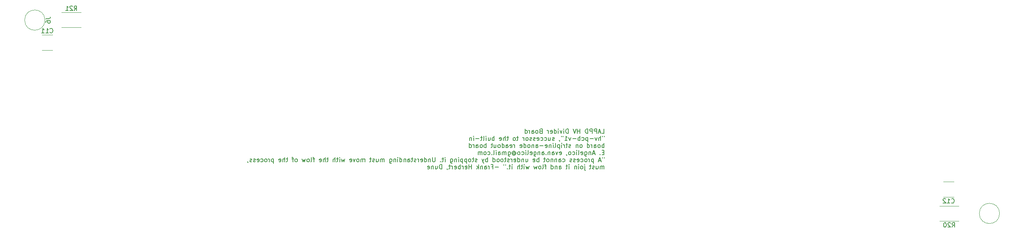
<source format=gbr>
%TF.GenerationSoftware,KiCad,Pcbnew,7.0.7*%
%TF.CreationDate,2024-04-10T14:30:17-07:00*%
%TF.ProjectId,hv-pcb-v1,68762d70-6362-42d7-9631-2e6b69636164,rev?*%
%TF.SameCoordinates,Original*%
%TF.FileFunction,Legend,Bot*%
%TF.FilePolarity,Positive*%
%FSLAX46Y46*%
G04 Gerber Fmt 4.6, Leading zero omitted, Abs format (unit mm)*
G04 Created by KiCad (PCBNEW 7.0.7) date 2024-04-10 14:30:17*
%MOMM*%
%LPD*%
G01*
G04 APERTURE LIST*
%ADD10C,0.150000*%
%ADD11C,0.120000*%
G04 APERTURE END LIST*
D10*
X171181030Y-125282819D02*
X171657220Y-125282819D01*
X171657220Y-125282819D02*
X171657220Y-124282819D01*
X170895315Y-124997104D02*
X170419125Y-124997104D01*
X170990553Y-125282819D02*
X170657220Y-124282819D01*
X170657220Y-124282819D02*
X170323887Y-125282819D01*
X169990553Y-125282819D02*
X169990553Y-124282819D01*
X169990553Y-124282819D02*
X169609601Y-124282819D01*
X169609601Y-124282819D02*
X169514363Y-124330438D01*
X169514363Y-124330438D02*
X169466744Y-124378057D01*
X169466744Y-124378057D02*
X169419125Y-124473295D01*
X169419125Y-124473295D02*
X169419125Y-124616152D01*
X169419125Y-124616152D02*
X169466744Y-124711390D01*
X169466744Y-124711390D02*
X169514363Y-124759009D01*
X169514363Y-124759009D02*
X169609601Y-124806628D01*
X169609601Y-124806628D02*
X169990553Y-124806628D01*
X168990553Y-125282819D02*
X168990553Y-124282819D01*
X168990553Y-124282819D02*
X168609601Y-124282819D01*
X168609601Y-124282819D02*
X168514363Y-124330438D01*
X168514363Y-124330438D02*
X168466744Y-124378057D01*
X168466744Y-124378057D02*
X168419125Y-124473295D01*
X168419125Y-124473295D02*
X168419125Y-124616152D01*
X168419125Y-124616152D02*
X168466744Y-124711390D01*
X168466744Y-124711390D02*
X168514363Y-124759009D01*
X168514363Y-124759009D02*
X168609601Y-124806628D01*
X168609601Y-124806628D02*
X168990553Y-124806628D01*
X167990553Y-125282819D02*
X167990553Y-124282819D01*
X167990553Y-124282819D02*
X167752458Y-124282819D01*
X167752458Y-124282819D02*
X167609601Y-124330438D01*
X167609601Y-124330438D02*
X167514363Y-124425676D01*
X167514363Y-124425676D02*
X167466744Y-124520914D01*
X167466744Y-124520914D02*
X167419125Y-124711390D01*
X167419125Y-124711390D02*
X167419125Y-124854247D01*
X167419125Y-124854247D02*
X167466744Y-125044723D01*
X167466744Y-125044723D02*
X167514363Y-125139961D01*
X167514363Y-125139961D02*
X167609601Y-125235200D01*
X167609601Y-125235200D02*
X167752458Y-125282819D01*
X167752458Y-125282819D02*
X167990553Y-125282819D01*
X166228648Y-125282819D02*
X166228648Y-124282819D01*
X166228648Y-124759009D02*
X165657220Y-124759009D01*
X165657220Y-125282819D02*
X165657220Y-124282819D01*
X165323886Y-124282819D02*
X164990553Y-125282819D01*
X164990553Y-125282819D02*
X164657220Y-124282819D01*
X163561981Y-125282819D02*
X163561981Y-124282819D01*
X163561981Y-124282819D02*
X163323886Y-124282819D01*
X163323886Y-124282819D02*
X163181029Y-124330438D01*
X163181029Y-124330438D02*
X163085791Y-124425676D01*
X163085791Y-124425676D02*
X163038172Y-124520914D01*
X163038172Y-124520914D02*
X162990553Y-124711390D01*
X162990553Y-124711390D02*
X162990553Y-124854247D01*
X162990553Y-124854247D02*
X163038172Y-125044723D01*
X163038172Y-125044723D02*
X163085791Y-125139961D01*
X163085791Y-125139961D02*
X163181029Y-125235200D01*
X163181029Y-125235200D02*
X163323886Y-125282819D01*
X163323886Y-125282819D02*
X163561981Y-125282819D01*
X162561981Y-125282819D02*
X162561981Y-124616152D01*
X162561981Y-124282819D02*
X162609600Y-124330438D01*
X162609600Y-124330438D02*
X162561981Y-124378057D01*
X162561981Y-124378057D02*
X162514362Y-124330438D01*
X162514362Y-124330438D02*
X162561981Y-124282819D01*
X162561981Y-124282819D02*
X162561981Y-124378057D01*
X162181029Y-124616152D02*
X161942934Y-125282819D01*
X161942934Y-125282819D02*
X161704839Y-124616152D01*
X161323886Y-125282819D02*
X161323886Y-124616152D01*
X161323886Y-124282819D02*
X161371505Y-124330438D01*
X161371505Y-124330438D02*
X161323886Y-124378057D01*
X161323886Y-124378057D02*
X161276267Y-124330438D01*
X161276267Y-124330438D02*
X161323886Y-124282819D01*
X161323886Y-124282819D02*
X161323886Y-124378057D01*
X160419125Y-125282819D02*
X160419125Y-124282819D01*
X160419125Y-125235200D02*
X160514363Y-125282819D01*
X160514363Y-125282819D02*
X160704839Y-125282819D01*
X160704839Y-125282819D02*
X160800077Y-125235200D01*
X160800077Y-125235200D02*
X160847696Y-125187580D01*
X160847696Y-125187580D02*
X160895315Y-125092342D01*
X160895315Y-125092342D02*
X160895315Y-124806628D01*
X160895315Y-124806628D02*
X160847696Y-124711390D01*
X160847696Y-124711390D02*
X160800077Y-124663771D01*
X160800077Y-124663771D02*
X160704839Y-124616152D01*
X160704839Y-124616152D02*
X160514363Y-124616152D01*
X160514363Y-124616152D02*
X160419125Y-124663771D01*
X159561982Y-125235200D02*
X159657220Y-125282819D01*
X159657220Y-125282819D02*
X159847696Y-125282819D01*
X159847696Y-125282819D02*
X159942934Y-125235200D01*
X159942934Y-125235200D02*
X159990553Y-125139961D01*
X159990553Y-125139961D02*
X159990553Y-124759009D01*
X159990553Y-124759009D02*
X159942934Y-124663771D01*
X159942934Y-124663771D02*
X159847696Y-124616152D01*
X159847696Y-124616152D02*
X159657220Y-124616152D01*
X159657220Y-124616152D02*
X159561982Y-124663771D01*
X159561982Y-124663771D02*
X159514363Y-124759009D01*
X159514363Y-124759009D02*
X159514363Y-124854247D01*
X159514363Y-124854247D02*
X159990553Y-124949485D01*
X159085791Y-125282819D02*
X159085791Y-124616152D01*
X159085791Y-124806628D02*
X159038172Y-124711390D01*
X159038172Y-124711390D02*
X158990553Y-124663771D01*
X158990553Y-124663771D02*
X158895315Y-124616152D01*
X158895315Y-124616152D02*
X158800077Y-124616152D01*
X157371505Y-124759009D02*
X157228648Y-124806628D01*
X157228648Y-124806628D02*
X157181029Y-124854247D01*
X157181029Y-124854247D02*
X157133410Y-124949485D01*
X157133410Y-124949485D02*
X157133410Y-125092342D01*
X157133410Y-125092342D02*
X157181029Y-125187580D01*
X157181029Y-125187580D02*
X157228648Y-125235200D01*
X157228648Y-125235200D02*
X157323886Y-125282819D01*
X157323886Y-125282819D02*
X157704838Y-125282819D01*
X157704838Y-125282819D02*
X157704838Y-124282819D01*
X157704838Y-124282819D02*
X157371505Y-124282819D01*
X157371505Y-124282819D02*
X157276267Y-124330438D01*
X157276267Y-124330438D02*
X157228648Y-124378057D01*
X157228648Y-124378057D02*
X157181029Y-124473295D01*
X157181029Y-124473295D02*
X157181029Y-124568533D01*
X157181029Y-124568533D02*
X157228648Y-124663771D01*
X157228648Y-124663771D02*
X157276267Y-124711390D01*
X157276267Y-124711390D02*
X157371505Y-124759009D01*
X157371505Y-124759009D02*
X157704838Y-124759009D01*
X156561981Y-125282819D02*
X156657219Y-125235200D01*
X156657219Y-125235200D02*
X156704838Y-125187580D01*
X156704838Y-125187580D02*
X156752457Y-125092342D01*
X156752457Y-125092342D02*
X156752457Y-124806628D01*
X156752457Y-124806628D02*
X156704838Y-124711390D01*
X156704838Y-124711390D02*
X156657219Y-124663771D01*
X156657219Y-124663771D02*
X156561981Y-124616152D01*
X156561981Y-124616152D02*
X156419124Y-124616152D01*
X156419124Y-124616152D02*
X156323886Y-124663771D01*
X156323886Y-124663771D02*
X156276267Y-124711390D01*
X156276267Y-124711390D02*
X156228648Y-124806628D01*
X156228648Y-124806628D02*
X156228648Y-125092342D01*
X156228648Y-125092342D02*
X156276267Y-125187580D01*
X156276267Y-125187580D02*
X156323886Y-125235200D01*
X156323886Y-125235200D02*
X156419124Y-125282819D01*
X156419124Y-125282819D02*
X156561981Y-125282819D01*
X155371505Y-125282819D02*
X155371505Y-124759009D01*
X155371505Y-124759009D02*
X155419124Y-124663771D01*
X155419124Y-124663771D02*
X155514362Y-124616152D01*
X155514362Y-124616152D02*
X155704838Y-124616152D01*
X155704838Y-124616152D02*
X155800076Y-124663771D01*
X155371505Y-125235200D02*
X155466743Y-125282819D01*
X155466743Y-125282819D02*
X155704838Y-125282819D01*
X155704838Y-125282819D02*
X155800076Y-125235200D01*
X155800076Y-125235200D02*
X155847695Y-125139961D01*
X155847695Y-125139961D02*
X155847695Y-125044723D01*
X155847695Y-125044723D02*
X155800076Y-124949485D01*
X155800076Y-124949485D02*
X155704838Y-124901866D01*
X155704838Y-124901866D02*
X155466743Y-124901866D01*
X155466743Y-124901866D02*
X155371505Y-124854247D01*
X154895314Y-125282819D02*
X154895314Y-124616152D01*
X154895314Y-124806628D02*
X154847695Y-124711390D01*
X154847695Y-124711390D02*
X154800076Y-124663771D01*
X154800076Y-124663771D02*
X154704838Y-124616152D01*
X154704838Y-124616152D02*
X154609600Y-124616152D01*
X153847695Y-125282819D02*
X153847695Y-124282819D01*
X153847695Y-125235200D02*
X153942933Y-125282819D01*
X153942933Y-125282819D02*
X154133409Y-125282819D01*
X154133409Y-125282819D02*
X154228647Y-125235200D01*
X154228647Y-125235200D02*
X154276266Y-125187580D01*
X154276266Y-125187580D02*
X154323885Y-125092342D01*
X154323885Y-125092342D02*
X154323885Y-124806628D01*
X154323885Y-124806628D02*
X154276266Y-124711390D01*
X154276266Y-124711390D02*
X154228647Y-124663771D01*
X154228647Y-124663771D02*
X154133409Y-124616152D01*
X154133409Y-124616152D02*
X153942933Y-124616152D01*
X153942933Y-124616152D02*
X153847695Y-124663771D01*
X171704839Y-125892819D02*
X171704839Y-126083295D01*
X171323887Y-125892819D02*
X171323887Y-126083295D01*
X170895315Y-126892819D02*
X170895315Y-125892819D01*
X170466744Y-126892819D02*
X170466744Y-126369009D01*
X170466744Y-126369009D02*
X170514363Y-126273771D01*
X170514363Y-126273771D02*
X170609601Y-126226152D01*
X170609601Y-126226152D02*
X170752458Y-126226152D01*
X170752458Y-126226152D02*
X170847696Y-126273771D01*
X170847696Y-126273771D02*
X170895315Y-126321390D01*
X170085791Y-126226152D02*
X169847696Y-126892819D01*
X169847696Y-126892819D02*
X169609601Y-126226152D01*
X169228648Y-126511866D02*
X168466744Y-126511866D01*
X167990553Y-126226152D02*
X167990553Y-127226152D01*
X167990553Y-126273771D02*
X167895315Y-126226152D01*
X167895315Y-126226152D02*
X167704839Y-126226152D01*
X167704839Y-126226152D02*
X167609601Y-126273771D01*
X167609601Y-126273771D02*
X167561982Y-126321390D01*
X167561982Y-126321390D02*
X167514363Y-126416628D01*
X167514363Y-126416628D02*
X167514363Y-126702342D01*
X167514363Y-126702342D02*
X167561982Y-126797580D01*
X167561982Y-126797580D02*
X167609601Y-126845200D01*
X167609601Y-126845200D02*
X167704839Y-126892819D01*
X167704839Y-126892819D02*
X167895315Y-126892819D01*
X167895315Y-126892819D02*
X167990553Y-126845200D01*
X166657220Y-126845200D02*
X166752458Y-126892819D01*
X166752458Y-126892819D02*
X166942934Y-126892819D01*
X166942934Y-126892819D02*
X167038172Y-126845200D01*
X167038172Y-126845200D02*
X167085791Y-126797580D01*
X167085791Y-126797580D02*
X167133410Y-126702342D01*
X167133410Y-126702342D02*
X167133410Y-126416628D01*
X167133410Y-126416628D02*
X167085791Y-126321390D01*
X167085791Y-126321390D02*
X167038172Y-126273771D01*
X167038172Y-126273771D02*
X166942934Y-126226152D01*
X166942934Y-126226152D02*
X166752458Y-126226152D01*
X166752458Y-126226152D02*
X166657220Y-126273771D01*
X166228648Y-126892819D02*
X166228648Y-125892819D01*
X166228648Y-126273771D02*
X166133410Y-126226152D01*
X166133410Y-126226152D02*
X165942934Y-126226152D01*
X165942934Y-126226152D02*
X165847696Y-126273771D01*
X165847696Y-126273771D02*
X165800077Y-126321390D01*
X165800077Y-126321390D02*
X165752458Y-126416628D01*
X165752458Y-126416628D02*
X165752458Y-126702342D01*
X165752458Y-126702342D02*
X165800077Y-126797580D01*
X165800077Y-126797580D02*
X165847696Y-126845200D01*
X165847696Y-126845200D02*
X165942934Y-126892819D01*
X165942934Y-126892819D02*
X166133410Y-126892819D01*
X166133410Y-126892819D02*
X166228648Y-126845200D01*
X165323886Y-126511866D02*
X164561982Y-126511866D01*
X164181029Y-126226152D02*
X163942934Y-126892819D01*
X163942934Y-126892819D02*
X163704839Y-126226152D01*
X162800077Y-126892819D02*
X163371505Y-126892819D01*
X163085791Y-126892819D02*
X163085791Y-125892819D01*
X163085791Y-125892819D02*
X163181029Y-126035676D01*
X163181029Y-126035676D02*
X163276267Y-126130914D01*
X163276267Y-126130914D02*
X163371505Y-126178533D01*
X162419124Y-125892819D02*
X162419124Y-126083295D01*
X162038172Y-125892819D02*
X162038172Y-126083295D01*
X161561981Y-126845200D02*
X161561981Y-126892819D01*
X161561981Y-126892819D02*
X161609600Y-126988057D01*
X161609600Y-126988057D02*
X161657219Y-127035676D01*
X160419124Y-126845200D02*
X160323886Y-126892819D01*
X160323886Y-126892819D02*
X160133410Y-126892819D01*
X160133410Y-126892819D02*
X160038172Y-126845200D01*
X160038172Y-126845200D02*
X159990553Y-126749961D01*
X159990553Y-126749961D02*
X159990553Y-126702342D01*
X159990553Y-126702342D02*
X160038172Y-126607104D01*
X160038172Y-126607104D02*
X160133410Y-126559485D01*
X160133410Y-126559485D02*
X160276267Y-126559485D01*
X160276267Y-126559485D02*
X160371505Y-126511866D01*
X160371505Y-126511866D02*
X160419124Y-126416628D01*
X160419124Y-126416628D02*
X160419124Y-126369009D01*
X160419124Y-126369009D02*
X160371505Y-126273771D01*
X160371505Y-126273771D02*
X160276267Y-126226152D01*
X160276267Y-126226152D02*
X160133410Y-126226152D01*
X160133410Y-126226152D02*
X160038172Y-126273771D01*
X159133410Y-126226152D02*
X159133410Y-126892819D01*
X159561981Y-126226152D02*
X159561981Y-126749961D01*
X159561981Y-126749961D02*
X159514362Y-126845200D01*
X159514362Y-126845200D02*
X159419124Y-126892819D01*
X159419124Y-126892819D02*
X159276267Y-126892819D01*
X159276267Y-126892819D02*
X159181029Y-126845200D01*
X159181029Y-126845200D02*
X159133410Y-126797580D01*
X158228648Y-126845200D02*
X158323886Y-126892819D01*
X158323886Y-126892819D02*
X158514362Y-126892819D01*
X158514362Y-126892819D02*
X158609600Y-126845200D01*
X158609600Y-126845200D02*
X158657219Y-126797580D01*
X158657219Y-126797580D02*
X158704838Y-126702342D01*
X158704838Y-126702342D02*
X158704838Y-126416628D01*
X158704838Y-126416628D02*
X158657219Y-126321390D01*
X158657219Y-126321390D02*
X158609600Y-126273771D01*
X158609600Y-126273771D02*
X158514362Y-126226152D01*
X158514362Y-126226152D02*
X158323886Y-126226152D01*
X158323886Y-126226152D02*
X158228648Y-126273771D01*
X157371505Y-126845200D02*
X157466743Y-126892819D01*
X157466743Y-126892819D02*
X157657219Y-126892819D01*
X157657219Y-126892819D02*
X157752457Y-126845200D01*
X157752457Y-126845200D02*
X157800076Y-126797580D01*
X157800076Y-126797580D02*
X157847695Y-126702342D01*
X157847695Y-126702342D02*
X157847695Y-126416628D01*
X157847695Y-126416628D02*
X157800076Y-126321390D01*
X157800076Y-126321390D02*
X157752457Y-126273771D01*
X157752457Y-126273771D02*
X157657219Y-126226152D01*
X157657219Y-126226152D02*
X157466743Y-126226152D01*
X157466743Y-126226152D02*
X157371505Y-126273771D01*
X156561981Y-126845200D02*
X156657219Y-126892819D01*
X156657219Y-126892819D02*
X156847695Y-126892819D01*
X156847695Y-126892819D02*
X156942933Y-126845200D01*
X156942933Y-126845200D02*
X156990552Y-126749961D01*
X156990552Y-126749961D02*
X156990552Y-126369009D01*
X156990552Y-126369009D02*
X156942933Y-126273771D01*
X156942933Y-126273771D02*
X156847695Y-126226152D01*
X156847695Y-126226152D02*
X156657219Y-126226152D01*
X156657219Y-126226152D02*
X156561981Y-126273771D01*
X156561981Y-126273771D02*
X156514362Y-126369009D01*
X156514362Y-126369009D02*
X156514362Y-126464247D01*
X156514362Y-126464247D02*
X156990552Y-126559485D01*
X156133409Y-126845200D02*
X156038171Y-126892819D01*
X156038171Y-126892819D02*
X155847695Y-126892819D01*
X155847695Y-126892819D02*
X155752457Y-126845200D01*
X155752457Y-126845200D02*
X155704838Y-126749961D01*
X155704838Y-126749961D02*
X155704838Y-126702342D01*
X155704838Y-126702342D02*
X155752457Y-126607104D01*
X155752457Y-126607104D02*
X155847695Y-126559485D01*
X155847695Y-126559485D02*
X155990552Y-126559485D01*
X155990552Y-126559485D02*
X156085790Y-126511866D01*
X156085790Y-126511866D02*
X156133409Y-126416628D01*
X156133409Y-126416628D02*
X156133409Y-126369009D01*
X156133409Y-126369009D02*
X156085790Y-126273771D01*
X156085790Y-126273771D02*
X155990552Y-126226152D01*
X155990552Y-126226152D02*
X155847695Y-126226152D01*
X155847695Y-126226152D02*
X155752457Y-126273771D01*
X155323885Y-126845200D02*
X155228647Y-126892819D01*
X155228647Y-126892819D02*
X155038171Y-126892819D01*
X155038171Y-126892819D02*
X154942933Y-126845200D01*
X154942933Y-126845200D02*
X154895314Y-126749961D01*
X154895314Y-126749961D02*
X154895314Y-126702342D01*
X154895314Y-126702342D02*
X154942933Y-126607104D01*
X154942933Y-126607104D02*
X155038171Y-126559485D01*
X155038171Y-126559485D02*
X155181028Y-126559485D01*
X155181028Y-126559485D02*
X155276266Y-126511866D01*
X155276266Y-126511866D02*
X155323885Y-126416628D01*
X155323885Y-126416628D02*
X155323885Y-126369009D01*
X155323885Y-126369009D02*
X155276266Y-126273771D01*
X155276266Y-126273771D02*
X155181028Y-126226152D01*
X155181028Y-126226152D02*
X155038171Y-126226152D01*
X155038171Y-126226152D02*
X154942933Y-126273771D01*
X154323885Y-126892819D02*
X154419123Y-126845200D01*
X154419123Y-126845200D02*
X154466742Y-126797580D01*
X154466742Y-126797580D02*
X154514361Y-126702342D01*
X154514361Y-126702342D02*
X154514361Y-126416628D01*
X154514361Y-126416628D02*
X154466742Y-126321390D01*
X154466742Y-126321390D02*
X154419123Y-126273771D01*
X154419123Y-126273771D02*
X154323885Y-126226152D01*
X154323885Y-126226152D02*
X154181028Y-126226152D01*
X154181028Y-126226152D02*
X154085790Y-126273771D01*
X154085790Y-126273771D02*
X154038171Y-126321390D01*
X154038171Y-126321390D02*
X153990552Y-126416628D01*
X153990552Y-126416628D02*
X153990552Y-126702342D01*
X153990552Y-126702342D02*
X154038171Y-126797580D01*
X154038171Y-126797580D02*
X154085790Y-126845200D01*
X154085790Y-126845200D02*
X154181028Y-126892819D01*
X154181028Y-126892819D02*
X154323885Y-126892819D01*
X153561980Y-126892819D02*
X153561980Y-126226152D01*
X153561980Y-126416628D02*
X153514361Y-126321390D01*
X153514361Y-126321390D02*
X153466742Y-126273771D01*
X153466742Y-126273771D02*
X153371504Y-126226152D01*
X153371504Y-126226152D02*
X153276266Y-126226152D01*
X152323884Y-126226152D02*
X151942932Y-126226152D01*
X152181027Y-125892819D02*
X152181027Y-126749961D01*
X152181027Y-126749961D02*
X152133408Y-126845200D01*
X152133408Y-126845200D02*
X152038170Y-126892819D01*
X152038170Y-126892819D02*
X151942932Y-126892819D01*
X151466741Y-126892819D02*
X151561979Y-126845200D01*
X151561979Y-126845200D02*
X151609598Y-126797580D01*
X151609598Y-126797580D02*
X151657217Y-126702342D01*
X151657217Y-126702342D02*
X151657217Y-126416628D01*
X151657217Y-126416628D02*
X151609598Y-126321390D01*
X151609598Y-126321390D02*
X151561979Y-126273771D01*
X151561979Y-126273771D02*
X151466741Y-126226152D01*
X151466741Y-126226152D02*
X151323884Y-126226152D01*
X151323884Y-126226152D02*
X151228646Y-126273771D01*
X151228646Y-126273771D02*
X151181027Y-126321390D01*
X151181027Y-126321390D02*
X151133408Y-126416628D01*
X151133408Y-126416628D02*
X151133408Y-126702342D01*
X151133408Y-126702342D02*
X151181027Y-126797580D01*
X151181027Y-126797580D02*
X151228646Y-126845200D01*
X151228646Y-126845200D02*
X151323884Y-126892819D01*
X151323884Y-126892819D02*
X151466741Y-126892819D01*
X150085788Y-126226152D02*
X149704836Y-126226152D01*
X149942931Y-125892819D02*
X149942931Y-126749961D01*
X149942931Y-126749961D02*
X149895312Y-126845200D01*
X149895312Y-126845200D02*
X149800074Y-126892819D01*
X149800074Y-126892819D02*
X149704836Y-126892819D01*
X149371502Y-126892819D02*
X149371502Y-125892819D01*
X148942931Y-126892819D02*
X148942931Y-126369009D01*
X148942931Y-126369009D02*
X148990550Y-126273771D01*
X148990550Y-126273771D02*
X149085788Y-126226152D01*
X149085788Y-126226152D02*
X149228645Y-126226152D01*
X149228645Y-126226152D02*
X149323883Y-126273771D01*
X149323883Y-126273771D02*
X149371502Y-126321390D01*
X148085788Y-126845200D02*
X148181026Y-126892819D01*
X148181026Y-126892819D02*
X148371502Y-126892819D01*
X148371502Y-126892819D02*
X148466740Y-126845200D01*
X148466740Y-126845200D02*
X148514359Y-126749961D01*
X148514359Y-126749961D02*
X148514359Y-126369009D01*
X148514359Y-126369009D02*
X148466740Y-126273771D01*
X148466740Y-126273771D02*
X148371502Y-126226152D01*
X148371502Y-126226152D02*
X148181026Y-126226152D01*
X148181026Y-126226152D02*
X148085788Y-126273771D01*
X148085788Y-126273771D02*
X148038169Y-126369009D01*
X148038169Y-126369009D02*
X148038169Y-126464247D01*
X148038169Y-126464247D02*
X148514359Y-126559485D01*
X146847692Y-126892819D02*
X146847692Y-125892819D01*
X146847692Y-126273771D02*
X146752454Y-126226152D01*
X146752454Y-126226152D02*
X146561978Y-126226152D01*
X146561978Y-126226152D02*
X146466740Y-126273771D01*
X146466740Y-126273771D02*
X146419121Y-126321390D01*
X146419121Y-126321390D02*
X146371502Y-126416628D01*
X146371502Y-126416628D02*
X146371502Y-126702342D01*
X146371502Y-126702342D02*
X146419121Y-126797580D01*
X146419121Y-126797580D02*
X146466740Y-126845200D01*
X146466740Y-126845200D02*
X146561978Y-126892819D01*
X146561978Y-126892819D02*
X146752454Y-126892819D01*
X146752454Y-126892819D02*
X146847692Y-126845200D01*
X145514359Y-126226152D02*
X145514359Y-126892819D01*
X145942930Y-126226152D02*
X145942930Y-126749961D01*
X145942930Y-126749961D02*
X145895311Y-126845200D01*
X145895311Y-126845200D02*
X145800073Y-126892819D01*
X145800073Y-126892819D02*
X145657216Y-126892819D01*
X145657216Y-126892819D02*
X145561978Y-126845200D01*
X145561978Y-126845200D02*
X145514359Y-126797580D01*
X145038168Y-126892819D02*
X145038168Y-126226152D01*
X145038168Y-125892819D02*
X145085787Y-125940438D01*
X145085787Y-125940438D02*
X145038168Y-125988057D01*
X145038168Y-125988057D02*
X144990549Y-125940438D01*
X144990549Y-125940438D02*
X145038168Y-125892819D01*
X145038168Y-125892819D02*
X145038168Y-125988057D01*
X144419121Y-126892819D02*
X144514359Y-126845200D01*
X144514359Y-126845200D02*
X144561978Y-126749961D01*
X144561978Y-126749961D02*
X144561978Y-125892819D01*
X144181025Y-126226152D02*
X143800073Y-126226152D01*
X144038168Y-125892819D02*
X144038168Y-126749961D01*
X144038168Y-126749961D02*
X143990549Y-126845200D01*
X143990549Y-126845200D02*
X143895311Y-126892819D01*
X143895311Y-126892819D02*
X143800073Y-126892819D01*
X143466739Y-126511866D02*
X142704835Y-126511866D01*
X142228644Y-126892819D02*
X142228644Y-126226152D01*
X142228644Y-125892819D02*
X142276263Y-125940438D01*
X142276263Y-125940438D02*
X142228644Y-125988057D01*
X142228644Y-125988057D02*
X142181025Y-125940438D01*
X142181025Y-125940438D02*
X142228644Y-125892819D01*
X142228644Y-125892819D02*
X142228644Y-125988057D01*
X141752454Y-126226152D02*
X141752454Y-126892819D01*
X141752454Y-126321390D02*
X141704835Y-126273771D01*
X141704835Y-126273771D02*
X141609597Y-126226152D01*
X141609597Y-126226152D02*
X141466740Y-126226152D01*
X141466740Y-126226152D02*
X141371502Y-126273771D01*
X141371502Y-126273771D02*
X141323883Y-126369009D01*
X141323883Y-126369009D02*
X141323883Y-126892819D01*
X171657220Y-128502819D02*
X171657220Y-127502819D01*
X171657220Y-127883771D02*
X171561982Y-127836152D01*
X171561982Y-127836152D02*
X171371506Y-127836152D01*
X171371506Y-127836152D02*
X171276268Y-127883771D01*
X171276268Y-127883771D02*
X171228649Y-127931390D01*
X171228649Y-127931390D02*
X171181030Y-128026628D01*
X171181030Y-128026628D02*
X171181030Y-128312342D01*
X171181030Y-128312342D02*
X171228649Y-128407580D01*
X171228649Y-128407580D02*
X171276268Y-128455200D01*
X171276268Y-128455200D02*
X171371506Y-128502819D01*
X171371506Y-128502819D02*
X171561982Y-128502819D01*
X171561982Y-128502819D02*
X171657220Y-128455200D01*
X170609601Y-128502819D02*
X170704839Y-128455200D01*
X170704839Y-128455200D02*
X170752458Y-128407580D01*
X170752458Y-128407580D02*
X170800077Y-128312342D01*
X170800077Y-128312342D02*
X170800077Y-128026628D01*
X170800077Y-128026628D02*
X170752458Y-127931390D01*
X170752458Y-127931390D02*
X170704839Y-127883771D01*
X170704839Y-127883771D02*
X170609601Y-127836152D01*
X170609601Y-127836152D02*
X170466744Y-127836152D01*
X170466744Y-127836152D02*
X170371506Y-127883771D01*
X170371506Y-127883771D02*
X170323887Y-127931390D01*
X170323887Y-127931390D02*
X170276268Y-128026628D01*
X170276268Y-128026628D02*
X170276268Y-128312342D01*
X170276268Y-128312342D02*
X170323887Y-128407580D01*
X170323887Y-128407580D02*
X170371506Y-128455200D01*
X170371506Y-128455200D02*
X170466744Y-128502819D01*
X170466744Y-128502819D02*
X170609601Y-128502819D01*
X169419125Y-128502819D02*
X169419125Y-127979009D01*
X169419125Y-127979009D02*
X169466744Y-127883771D01*
X169466744Y-127883771D02*
X169561982Y-127836152D01*
X169561982Y-127836152D02*
X169752458Y-127836152D01*
X169752458Y-127836152D02*
X169847696Y-127883771D01*
X169419125Y-128455200D02*
X169514363Y-128502819D01*
X169514363Y-128502819D02*
X169752458Y-128502819D01*
X169752458Y-128502819D02*
X169847696Y-128455200D01*
X169847696Y-128455200D02*
X169895315Y-128359961D01*
X169895315Y-128359961D02*
X169895315Y-128264723D01*
X169895315Y-128264723D02*
X169847696Y-128169485D01*
X169847696Y-128169485D02*
X169752458Y-128121866D01*
X169752458Y-128121866D02*
X169514363Y-128121866D01*
X169514363Y-128121866D02*
X169419125Y-128074247D01*
X168942934Y-128502819D02*
X168942934Y-127836152D01*
X168942934Y-128026628D02*
X168895315Y-127931390D01*
X168895315Y-127931390D02*
X168847696Y-127883771D01*
X168847696Y-127883771D02*
X168752458Y-127836152D01*
X168752458Y-127836152D02*
X168657220Y-127836152D01*
X167895315Y-128502819D02*
X167895315Y-127502819D01*
X167895315Y-128455200D02*
X167990553Y-128502819D01*
X167990553Y-128502819D02*
X168181029Y-128502819D01*
X168181029Y-128502819D02*
X168276267Y-128455200D01*
X168276267Y-128455200D02*
X168323886Y-128407580D01*
X168323886Y-128407580D02*
X168371505Y-128312342D01*
X168371505Y-128312342D02*
X168371505Y-128026628D01*
X168371505Y-128026628D02*
X168323886Y-127931390D01*
X168323886Y-127931390D02*
X168276267Y-127883771D01*
X168276267Y-127883771D02*
X168181029Y-127836152D01*
X168181029Y-127836152D02*
X167990553Y-127836152D01*
X167990553Y-127836152D02*
X167895315Y-127883771D01*
X166514362Y-128502819D02*
X166609600Y-128455200D01*
X166609600Y-128455200D02*
X166657219Y-128407580D01*
X166657219Y-128407580D02*
X166704838Y-128312342D01*
X166704838Y-128312342D02*
X166704838Y-128026628D01*
X166704838Y-128026628D02*
X166657219Y-127931390D01*
X166657219Y-127931390D02*
X166609600Y-127883771D01*
X166609600Y-127883771D02*
X166514362Y-127836152D01*
X166514362Y-127836152D02*
X166371505Y-127836152D01*
X166371505Y-127836152D02*
X166276267Y-127883771D01*
X166276267Y-127883771D02*
X166228648Y-127931390D01*
X166228648Y-127931390D02*
X166181029Y-128026628D01*
X166181029Y-128026628D02*
X166181029Y-128312342D01*
X166181029Y-128312342D02*
X166228648Y-128407580D01*
X166228648Y-128407580D02*
X166276267Y-128455200D01*
X166276267Y-128455200D02*
X166371505Y-128502819D01*
X166371505Y-128502819D02*
X166514362Y-128502819D01*
X165752457Y-127836152D02*
X165752457Y-128502819D01*
X165752457Y-127931390D02*
X165704838Y-127883771D01*
X165704838Y-127883771D02*
X165609600Y-127836152D01*
X165609600Y-127836152D02*
X165466743Y-127836152D01*
X165466743Y-127836152D02*
X165371505Y-127883771D01*
X165371505Y-127883771D02*
X165323886Y-127979009D01*
X165323886Y-127979009D02*
X165323886Y-128502819D01*
X164133409Y-128455200D02*
X164038171Y-128502819D01*
X164038171Y-128502819D02*
X163847695Y-128502819D01*
X163847695Y-128502819D02*
X163752457Y-128455200D01*
X163752457Y-128455200D02*
X163704838Y-128359961D01*
X163704838Y-128359961D02*
X163704838Y-128312342D01*
X163704838Y-128312342D02*
X163752457Y-128217104D01*
X163752457Y-128217104D02*
X163847695Y-128169485D01*
X163847695Y-128169485D02*
X163990552Y-128169485D01*
X163990552Y-128169485D02*
X164085790Y-128121866D01*
X164085790Y-128121866D02*
X164133409Y-128026628D01*
X164133409Y-128026628D02*
X164133409Y-127979009D01*
X164133409Y-127979009D02*
X164085790Y-127883771D01*
X164085790Y-127883771D02*
X163990552Y-127836152D01*
X163990552Y-127836152D02*
X163847695Y-127836152D01*
X163847695Y-127836152D02*
X163752457Y-127883771D01*
X163419123Y-127836152D02*
X163038171Y-127836152D01*
X163276266Y-127502819D02*
X163276266Y-128359961D01*
X163276266Y-128359961D02*
X163228647Y-128455200D01*
X163228647Y-128455200D02*
X163133409Y-128502819D01*
X163133409Y-128502819D02*
X163038171Y-128502819D01*
X162704837Y-128502819D02*
X162704837Y-127836152D01*
X162704837Y-128026628D02*
X162657218Y-127931390D01*
X162657218Y-127931390D02*
X162609599Y-127883771D01*
X162609599Y-127883771D02*
X162514361Y-127836152D01*
X162514361Y-127836152D02*
X162419123Y-127836152D01*
X162085789Y-128502819D02*
X162085789Y-127836152D01*
X162085789Y-127502819D02*
X162133408Y-127550438D01*
X162133408Y-127550438D02*
X162085789Y-127598057D01*
X162085789Y-127598057D02*
X162038170Y-127550438D01*
X162038170Y-127550438D02*
X162085789Y-127502819D01*
X162085789Y-127502819D02*
X162085789Y-127598057D01*
X161609599Y-127836152D02*
X161609599Y-128836152D01*
X161609599Y-127883771D02*
X161514361Y-127836152D01*
X161514361Y-127836152D02*
X161323885Y-127836152D01*
X161323885Y-127836152D02*
X161228647Y-127883771D01*
X161228647Y-127883771D02*
X161181028Y-127931390D01*
X161181028Y-127931390D02*
X161133409Y-128026628D01*
X161133409Y-128026628D02*
X161133409Y-128312342D01*
X161133409Y-128312342D02*
X161181028Y-128407580D01*
X161181028Y-128407580D02*
X161228647Y-128455200D01*
X161228647Y-128455200D02*
X161323885Y-128502819D01*
X161323885Y-128502819D02*
X161514361Y-128502819D01*
X161514361Y-128502819D02*
X161609599Y-128455200D01*
X160561980Y-128502819D02*
X160657218Y-128455200D01*
X160657218Y-128455200D02*
X160704837Y-128359961D01*
X160704837Y-128359961D02*
X160704837Y-127502819D01*
X160181027Y-128502819D02*
X160181027Y-127836152D01*
X160181027Y-127502819D02*
X160228646Y-127550438D01*
X160228646Y-127550438D02*
X160181027Y-127598057D01*
X160181027Y-127598057D02*
X160133408Y-127550438D01*
X160133408Y-127550438D02*
X160181027Y-127502819D01*
X160181027Y-127502819D02*
X160181027Y-127598057D01*
X159704837Y-127836152D02*
X159704837Y-128502819D01*
X159704837Y-127931390D02*
X159657218Y-127883771D01*
X159657218Y-127883771D02*
X159561980Y-127836152D01*
X159561980Y-127836152D02*
X159419123Y-127836152D01*
X159419123Y-127836152D02*
X159323885Y-127883771D01*
X159323885Y-127883771D02*
X159276266Y-127979009D01*
X159276266Y-127979009D02*
X159276266Y-128502819D01*
X158419123Y-128455200D02*
X158514361Y-128502819D01*
X158514361Y-128502819D02*
X158704837Y-128502819D01*
X158704837Y-128502819D02*
X158800075Y-128455200D01*
X158800075Y-128455200D02*
X158847694Y-128359961D01*
X158847694Y-128359961D02*
X158847694Y-127979009D01*
X158847694Y-127979009D02*
X158800075Y-127883771D01*
X158800075Y-127883771D02*
X158704837Y-127836152D01*
X158704837Y-127836152D02*
X158514361Y-127836152D01*
X158514361Y-127836152D02*
X158419123Y-127883771D01*
X158419123Y-127883771D02*
X158371504Y-127979009D01*
X158371504Y-127979009D02*
X158371504Y-128074247D01*
X158371504Y-128074247D02*
X158847694Y-128169485D01*
X157942932Y-128121866D02*
X157181028Y-128121866D01*
X156276266Y-128502819D02*
X156276266Y-127979009D01*
X156276266Y-127979009D02*
X156323885Y-127883771D01*
X156323885Y-127883771D02*
X156419123Y-127836152D01*
X156419123Y-127836152D02*
X156609599Y-127836152D01*
X156609599Y-127836152D02*
X156704837Y-127883771D01*
X156276266Y-128455200D02*
X156371504Y-128502819D01*
X156371504Y-128502819D02*
X156609599Y-128502819D01*
X156609599Y-128502819D02*
X156704837Y-128455200D01*
X156704837Y-128455200D02*
X156752456Y-128359961D01*
X156752456Y-128359961D02*
X156752456Y-128264723D01*
X156752456Y-128264723D02*
X156704837Y-128169485D01*
X156704837Y-128169485D02*
X156609599Y-128121866D01*
X156609599Y-128121866D02*
X156371504Y-128121866D01*
X156371504Y-128121866D02*
X156276266Y-128074247D01*
X155800075Y-127836152D02*
X155800075Y-128502819D01*
X155800075Y-127931390D02*
X155752456Y-127883771D01*
X155752456Y-127883771D02*
X155657218Y-127836152D01*
X155657218Y-127836152D02*
X155514361Y-127836152D01*
X155514361Y-127836152D02*
X155419123Y-127883771D01*
X155419123Y-127883771D02*
X155371504Y-127979009D01*
X155371504Y-127979009D02*
X155371504Y-128502819D01*
X154752456Y-128502819D02*
X154847694Y-128455200D01*
X154847694Y-128455200D02*
X154895313Y-128407580D01*
X154895313Y-128407580D02*
X154942932Y-128312342D01*
X154942932Y-128312342D02*
X154942932Y-128026628D01*
X154942932Y-128026628D02*
X154895313Y-127931390D01*
X154895313Y-127931390D02*
X154847694Y-127883771D01*
X154847694Y-127883771D02*
X154752456Y-127836152D01*
X154752456Y-127836152D02*
X154609599Y-127836152D01*
X154609599Y-127836152D02*
X154514361Y-127883771D01*
X154514361Y-127883771D02*
X154466742Y-127931390D01*
X154466742Y-127931390D02*
X154419123Y-128026628D01*
X154419123Y-128026628D02*
X154419123Y-128312342D01*
X154419123Y-128312342D02*
X154466742Y-128407580D01*
X154466742Y-128407580D02*
X154514361Y-128455200D01*
X154514361Y-128455200D02*
X154609599Y-128502819D01*
X154609599Y-128502819D02*
X154752456Y-128502819D01*
X153561980Y-128502819D02*
X153561980Y-127502819D01*
X153561980Y-128455200D02*
X153657218Y-128502819D01*
X153657218Y-128502819D02*
X153847694Y-128502819D01*
X153847694Y-128502819D02*
X153942932Y-128455200D01*
X153942932Y-128455200D02*
X153990551Y-128407580D01*
X153990551Y-128407580D02*
X154038170Y-128312342D01*
X154038170Y-128312342D02*
X154038170Y-128026628D01*
X154038170Y-128026628D02*
X153990551Y-127931390D01*
X153990551Y-127931390D02*
X153942932Y-127883771D01*
X153942932Y-127883771D02*
X153847694Y-127836152D01*
X153847694Y-127836152D02*
X153657218Y-127836152D01*
X153657218Y-127836152D02*
X153561980Y-127883771D01*
X152704837Y-128455200D02*
X152800075Y-128502819D01*
X152800075Y-128502819D02*
X152990551Y-128502819D01*
X152990551Y-128502819D02*
X153085789Y-128455200D01*
X153085789Y-128455200D02*
X153133408Y-128359961D01*
X153133408Y-128359961D02*
X153133408Y-127979009D01*
X153133408Y-127979009D02*
X153085789Y-127883771D01*
X153085789Y-127883771D02*
X152990551Y-127836152D01*
X152990551Y-127836152D02*
X152800075Y-127836152D01*
X152800075Y-127836152D02*
X152704837Y-127883771D01*
X152704837Y-127883771D02*
X152657218Y-127979009D01*
X152657218Y-127979009D02*
X152657218Y-128074247D01*
X152657218Y-128074247D02*
X153133408Y-128169485D01*
X151466741Y-128502819D02*
X151466741Y-127836152D01*
X151466741Y-128026628D02*
X151419122Y-127931390D01*
X151419122Y-127931390D02*
X151371503Y-127883771D01*
X151371503Y-127883771D02*
X151276265Y-127836152D01*
X151276265Y-127836152D02*
X151181027Y-127836152D01*
X150466741Y-128455200D02*
X150561979Y-128502819D01*
X150561979Y-128502819D02*
X150752455Y-128502819D01*
X150752455Y-128502819D02*
X150847693Y-128455200D01*
X150847693Y-128455200D02*
X150895312Y-128359961D01*
X150895312Y-128359961D02*
X150895312Y-127979009D01*
X150895312Y-127979009D02*
X150847693Y-127883771D01*
X150847693Y-127883771D02*
X150752455Y-127836152D01*
X150752455Y-127836152D02*
X150561979Y-127836152D01*
X150561979Y-127836152D02*
X150466741Y-127883771D01*
X150466741Y-127883771D02*
X150419122Y-127979009D01*
X150419122Y-127979009D02*
X150419122Y-128074247D01*
X150419122Y-128074247D02*
X150895312Y-128169485D01*
X149561979Y-128502819D02*
X149561979Y-127979009D01*
X149561979Y-127979009D02*
X149609598Y-127883771D01*
X149609598Y-127883771D02*
X149704836Y-127836152D01*
X149704836Y-127836152D02*
X149895312Y-127836152D01*
X149895312Y-127836152D02*
X149990550Y-127883771D01*
X149561979Y-128455200D02*
X149657217Y-128502819D01*
X149657217Y-128502819D02*
X149895312Y-128502819D01*
X149895312Y-128502819D02*
X149990550Y-128455200D01*
X149990550Y-128455200D02*
X150038169Y-128359961D01*
X150038169Y-128359961D02*
X150038169Y-128264723D01*
X150038169Y-128264723D02*
X149990550Y-128169485D01*
X149990550Y-128169485D02*
X149895312Y-128121866D01*
X149895312Y-128121866D02*
X149657217Y-128121866D01*
X149657217Y-128121866D02*
X149561979Y-128074247D01*
X148657217Y-128502819D02*
X148657217Y-127502819D01*
X148657217Y-128455200D02*
X148752455Y-128502819D01*
X148752455Y-128502819D02*
X148942931Y-128502819D01*
X148942931Y-128502819D02*
X149038169Y-128455200D01*
X149038169Y-128455200D02*
X149085788Y-128407580D01*
X149085788Y-128407580D02*
X149133407Y-128312342D01*
X149133407Y-128312342D02*
X149133407Y-128026628D01*
X149133407Y-128026628D02*
X149085788Y-127931390D01*
X149085788Y-127931390D02*
X149038169Y-127883771D01*
X149038169Y-127883771D02*
X148942931Y-127836152D01*
X148942931Y-127836152D02*
X148752455Y-127836152D01*
X148752455Y-127836152D02*
X148657217Y-127883771D01*
X148038169Y-128502819D02*
X148133407Y-128455200D01*
X148133407Y-128455200D02*
X148181026Y-128407580D01*
X148181026Y-128407580D02*
X148228645Y-128312342D01*
X148228645Y-128312342D02*
X148228645Y-128026628D01*
X148228645Y-128026628D02*
X148181026Y-127931390D01*
X148181026Y-127931390D02*
X148133407Y-127883771D01*
X148133407Y-127883771D02*
X148038169Y-127836152D01*
X148038169Y-127836152D02*
X147895312Y-127836152D01*
X147895312Y-127836152D02*
X147800074Y-127883771D01*
X147800074Y-127883771D02*
X147752455Y-127931390D01*
X147752455Y-127931390D02*
X147704836Y-128026628D01*
X147704836Y-128026628D02*
X147704836Y-128312342D01*
X147704836Y-128312342D02*
X147752455Y-128407580D01*
X147752455Y-128407580D02*
X147800074Y-128455200D01*
X147800074Y-128455200D02*
X147895312Y-128502819D01*
X147895312Y-128502819D02*
X148038169Y-128502819D01*
X146847693Y-127836152D02*
X146847693Y-128502819D01*
X147276264Y-127836152D02*
X147276264Y-128359961D01*
X147276264Y-128359961D02*
X147228645Y-128455200D01*
X147228645Y-128455200D02*
X147133407Y-128502819D01*
X147133407Y-128502819D02*
X146990550Y-128502819D01*
X146990550Y-128502819D02*
X146895312Y-128455200D01*
X146895312Y-128455200D02*
X146847693Y-128407580D01*
X146514359Y-127836152D02*
X146133407Y-127836152D01*
X146371502Y-127502819D02*
X146371502Y-128359961D01*
X146371502Y-128359961D02*
X146323883Y-128455200D01*
X146323883Y-128455200D02*
X146228645Y-128502819D01*
X146228645Y-128502819D02*
X146133407Y-128502819D01*
X145038168Y-128502819D02*
X145038168Y-127502819D01*
X145038168Y-127883771D02*
X144942930Y-127836152D01*
X144942930Y-127836152D02*
X144752454Y-127836152D01*
X144752454Y-127836152D02*
X144657216Y-127883771D01*
X144657216Y-127883771D02*
X144609597Y-127931390D01*
X144609597Y-127931390D02*
X144561978Y-128026628D01*
X144561978Y-128026628D02*
X144561978Y-128312342D01*
X144561978Y-128312342D02*
X144609597Y-128407580D01*
X144609597Y-128407580D02*
X144657216Y-128455200D01*
X144657216Y-128455200D02*
X144752454Y-128502819D01*
X144752454Y-128502819D02*
X144942930Y-128502819D01*
X144942930Y-128502819D02*
X145038168Y-128455200D01*
X143990549Y-128502819D02*
X144085787Y-128455200D01*
X144085787Y-128455200D02*
X144133406Y-128407580D01*
X144133406Y-128407580D02*
X144181025Y-128312342D01*
X144181025Y-128312342D02*
X144181025Y-128026628D01*
X144181025Y-128026628D02*
X144133406Y-127931390D01*
X144133406Y-127931390D02*
X144085787Y-127883771D01*
X144085787Y-127883771D02*
X143990549Y-127836152D01*
X143990549Y-127836152D02*
X143847692Y-127836152D01*
X143847692Y-127836152D02*
X143752454Y-127883771D01*
X143752454Y-127883771D02*
X143704835Y-127931390D01*
X143704835Y-127931390D02*
X143657216Y-128026628D01*
X143657216Y-128026628D02*
X143657216Y-128312342D01*
X143657216Y-128312342D02*
X143704835Y-128407580D01*
X143704835Y-128407580D02*
X143752454Y-128455200D01*
X143752454Y-128455200D02*
X143847692Y-128502819D01*
X143847692Y-128502819D02*
X143990549Y-128502819D01*
X142800073Y-128502819D02*
X142800073Y-127979009D01*
X142800073Y-127979009D02*
X142847692Y-127883771D01*
X142847692Y-127883771D02*
X142942930Y-127836152D01*
X142942930Y-127836152D02*
X143133406Y-127836152D01*
X143133406Y-127836152D02*
X143228644Y-127883771D01*
X142800073Y-128455200D02*
X142895311Y-128502819D01*
X142895311Y-128502819D02*
X143133406Y-128502819D01*
X143133406Y-128502819D02*
X143228644Y-128455200D01*
X143228644Y-128455200D02*
X143276263Y-128359961D01*
X143276263Y-128359961D02*
X143276263Y-128264723D01*
X143276263Y-128264723D02*
X143228644Y-128169485D01*
X143228644Y-128169485D02*
X143133406Y-128121866D01*
X143133406Y-128121866D02*
X142895311Y-128121866D01*
X142895311Y-128121866D02*
X142800073Y-128074247D01*
X142323882Y-128502819D02*
X142323882Y-127836152D01*
X142323882Y-128026628D02*
X142276263Y-127931390D01*
X142276263Y-127931390D02*
X142228644Y-127883771D01*
X142228644Y-127883771D02*
X142133406Y-127836152D01*
X142133406Y-127836152D02*
X142038168Y-127836152D01*
X141276263Y-128502819D02*
X141276263Y-127502819D01*
X141276263Y-128455200D02*
X141371501Y-128502819D01*
X141371501Y-128502819D02*
X141561977Y-128502819D01*
X141561977Y-128502819D02*
X141657215Y-128455200D01*
X141657215Y-128455200D02*
X141704834Y-128407580D01*
X141704834Y-128407580D02*
X141752453Y-128312342D01*
X141752453Y-128312342D02*
X141752453Y-128026628D01*
X141752453Y-128026628D02*
X141704834Y-127931390D01*
X141704834Y-127931390D02*
X141657215Y-127883771D01*
X141657215Y-127883771D02*
X141561977Y-127836152D01*
X141561977Y-127836152D02*
X141371501Y-127836152D01*
X141371501Y-127836152D02*
X141276263Y-127883771D01*
X171657220Y-129589009D02*
X171323887Y-129589009D01*
X171181030Y-130112819D02*
X171657220Y-130112819D01*
X171657220Y-130112819D02*
X171657220Y-129112819D01*
X171657220Y-129112819D02*
X171181030Y-129112819D01*
X170752458Y-130017580D02*
X170704839Y-130065200D01*
X170704839Y-130065200D02*
X170752458Y-130112819D01*
X170752458Y-130112819D02*
X170800077Y-130065200D01*
X170800077Y-130065200D02*
X170752458Y-130017580D01*
X170752458Y-130017580D02*
X170752458Y-130112819D01*
X169561982Y-129827104D02*
X169085792Y-129827104D01*
X169657220Y-130112819D02*
X169323887Y-129112819D01*
X169323887Y-129112819D02*
X168990554Y-130112819D01*
X168657220Y-129446152D02*
X168657220Y-130112819D01*
X168657220Y-129541390D02*
X168609601Y-129493771D01*
X168609601Y-129493771D02*
X168514363Y-129446152D01*
X168514363Y-129446152D02*
X168371506Y-129446152D01*
X168371506Y-129446152D02*
X168276268Y-129493771D01*
X168276268Y-129493771D02*
X168228649Y-129589009D01*
X168228649Y-129589009D02*
X168228649Y-130112819D01*
X167323887Y-129446152D02*
X167323887Y-130255676D01*
X167323887Y-130255676D02*
X167371506Y-130350914D01*
X167371506Y-130350914D02*
X167419125Y-130398533D01*
X167419125Y-130398533D02*
X167514363Y-130446152D01*
X167514363Y-130446152D02*
X167657220Y-130446152D01*
X167657220Y-130446152D02*
X167752458Y-130398533D01*
X167323887Y-130065200D02*
X167419125Y-130112819D01*
X167419125Y-130112819D02*
X167609601Y-130112819D01*
X167609601Y-130112819D02*
X167704839Y-130065200D01*
X167704839Y-130065200D02*
X167752458Y-130017580D01*
X167752458Y-130017580D02*
X167800077Y-129922342D01*
X167800077Y-129922342D02*
X167800077Y-129636628D01*
X167800077Y-129636628D02*
X167752458Y-129541390D01*
X167752458Y-129541390D02*
X167704839Y-129493771D01*
X167704839Y-129493771D02*
X167609601Y-129446152D01*
X167609601Y-129446152D02*
X167419125Y-129446152D01*
X167419125Y-129446152D02*
X167323887Y-129493771D01*
X166466744Y-130065200D02*
X166561982Y-130112819D01*
X166561982Y-130112819D02*
X166752458Y-130112819D01*
X166752458Y-130112819D02*
X166847696Y-130065200D01*
X166847696Y-130065200D02*
X166895315Y-129969961D01*
X166895315Y-129969961D02*
X166895315Y-129589009D01*
X166895315Y-129589009D02*
X166847696Y-129493771D01*
X166847696Y-129493771D02*
X166752458Y-129446152D01*
X166752458Y-129446152D02*
X166561982Y-129446152D01*
X166561982Y-129446152D02*
X166466744Y-129493771D01*
X166466744Y-129493771D02*
X166419125Y-129589009D01*
X166419125Y-129589009D02*
X166419125Y-129684247D01*
X166419125Y-129684247D02*
X166895315Y-129779485D01*
X165847696Y-130112819D02*
X165942934Y-130065200D01*
X165942934Y-130065200D02*
X165990553Y-129969961D01*
X165990553Y-129969961D02*
X165990553Y-129112819D01*
X165466743Y-130112819D02*
X165466743Y-129446152D01*
X165466743Y-129112819D02*
X165514362Y-129160438D01*
X165514362Y-129160438D02*
X165466743Y-129208057D01*
X165466743Y-129208057D02*
X165419124Y-129160438D01*
X165419124Y-129160438D02*
X165466743Y-129112819D01*
X165466743Y-129112819D02*
X165466743Y-129208057D01*
X164561982Y-130065200D02*
X164657220Y-130112819D01*
X164657220Y-130112819D02*
X164847696Y-130112819D01*
X164847696Y-130112819D02*
X164942934Y-130065200D01*
X164942934Y-130065200D02*
X164990553Y-130017580D01*
X164990553Y-130017580D02*
X165038172Y-129922342D01*
X165038172Y-129922342D02*
X165038172Y-129636628D01*
X165038172Y-129636628D02*
X164990553Y-129541390D01*
X164990553Y-129541390D02*
X164942934Y-129493771D01*
X164942934Y-129493771D02*
X164847696Y-129446152D01*
X164847696Y-129446152D02*
X164657220Y-129446152D01*
X164657220Y-129446152D02*
X164561982Y-129493771D01*
X163990553Y-130112819D02*
X164085791Y-130065200D01*
X164085791Y-130065200D02*
X164133410Y-130017580D01*
X164133410Y-130017580D02*
X164181029Y-129922342D01*
X164181029Y-129922342D02*
X164181029Y-129636628D01*
X164181029Y-129636628D02*
X164133410Y-129541390D01*
X164133410Y-129541390D02*
X164085791Y-129493771D01*
X164085791Y-129493771D02*
X163990553Y-129446152D01*
X163990553Y-129446152D02*
X163847696Y-129446152D01*
X163847696Y-129446152D02*
X163752458Y-129493771D01*
X163752458Y-129493771D02*
X163704839Y-129541390D01*
X163704839Y-129541390D02*
X163657220Y-129636628D01*
X163657220Y-129636628D02*
X163657220Y-129922342D01*
X163657220Y-129922342D02*
X163704839Y-130017580D01*
X163704839Y-130017580D02*
X163752458Y-130065200D01*
X163752458Y-130065200D02*
X163847696Y-130112819D01*
X163847696Y-130112819D02*
X163990553Y-130112819D01*
X163181029Y-130065200D02*
X163181029Y-130112819D01*
X163181029Y-130112819D02*
X163228648Y-130208057D01*
X163228648Y-130208057D02*
X163276267Y-130255676D01*
X161609601Y-130065200D02*
X161704839Y-130112819D01*
X161704839Y-130112819D02*
X161895315Y-130112819D01*
X161895315Y-130112819D02*
X161990553Y-130065200D01*
X161990553Y-130065200D02*
X162038172Y-129969961D01*
X162038172Y-129969961D02*
X162038172Y-129589009D01*
X162038172Y-129589009D02*
X161990553Y-129493771D01*
X161990553Y-129493771D02*
X161895315Y-129446152D01*
X161895315Y-129446152D02*
X161704839Y-129446152D01*
X161704839Y-129446152D02*
X161609601Y-129493771D01*
X161609601Y-129493771D02*
X161561982Y-129589009D01*
X161561982Y-129589009D02*
X161561982Y-129684247D01*
X161561982Y-129684247D02*
X162038172Y-129779485D01*
X161228648Y-129446152D02*
X160990553Y-130112819D01*
X160990553Y-130112819D02*
X160752458Y-129446152D01*
X159942934Y-130112819D02*
X159942934Y-129589009D01*
X159942934Y-129589009D02*
X159990553Y-129493771D01*
X159990553Y-129493771D02*
X160085791Y-129446152D01*
X160085791Y-129446152D02*
X160276267Y-129446152D01*
X160276267Y-129446152D02*
X160371505Y-129493771D01*
X159942934Y-130065200D02*
X160038172Y-130112819D01*
X160038172Y-130112819D02*
X160276267Y-130112819D01*
X160276267Y-130112819D02*
X160371505Y-130065200D01*
X160371505Y-130065200D02*
X160419124Y-129969961D01*
X160419124Y-129969961D02*
X160419124Y-129874723D01*
X160419124Y-129874723D02*
X160371505Y-129779485D01*
X160371505Y-129779485D02*
X160276267Y-129731866D01*
X160276267Y-129731866D02*
X160038172Y-129731866D01*
X160038172Y-129731866D02*
X159942934Y-129684247D01*
X159466743Y-129446152D02*
X159466743Y-130112819D01*
X159466743Y-129541390D02*
X159419124Y-129493771D01*
X159419124Y-129493771D02*
X159323886Y-129446152D01*
X159323886Y-129446152D02*
X159181029Y-129446152D01*
X159181029Y-129446152D02*
X159085791Y-129493771D01*
X159085791Y-129493771D02*
X159038172Y-129589009D01*
X159038172Y-129589009D02*
X159038172Y-130112819D01*
X158561981Y-130017580D02*
X158514362Y-130065200D01*
X158514362Y-130065200D02*
X158561981Y-130112819D01*
X158561981Y-130112819D02*
X158609600Y-130065200D01*
X158609600Y-130065200D02*
X158561981Y-130017580D01*
X158561981Y-130017580D02*
X158561981Y-130112819D01*
X157657220Y-130112819D02*
X157657220Y-129589009D01*
X157657220Y-129589009D02*
X157704839Y-129493771D01*
X157704839Y-129493771D02*
X157800077Y-129446152D01*
X157800077Y-129446152D02*
X157990553Y-129446152D01*
X157990553Y-129446152D02*
X158085791Y-129493771D01*
X157657220Y-130065200D02*
X157752458Y-130112819D01*
X157752458Y-130112819D02*
X157990553Y-130112819D01*
X157990553Y-130112819D02*
X158085791Y-130065200D01*
X158085791Y-130065200D02*
X158133410Y-129969961D01*
X158133410Y-129969961D02*
X158133410Y-129874723D01*
X158133410Y-129874723D02*
X158085791Y-129779485D01*
X158085791Y-129779485D02*
X157990553Y-129731866D01*
X157990553Y-129731866D02*
X157752458Y-129731866D01*
X157752458Y-129731866D02*
X157657220Y-129684247D01*
X157181029Y-129446152D02*
X157181029Y-130112819D01*
X157181029Y-129541390D02*
X157133410Y-129493771D01*
X157133410Y-129493771D02*
X157038172Y-129446152D01*
X157038172Y-129446152D02*
X156895315Y-129446152D01*
X156895315Y-129446152D02*
X156800077Y-129493771D01*
X156800077Y-129493771D02*
X156752458Y-129589009D01*
X156752458Y-129589009D02*
X156752458Y-130112819D01*
X155847696Y-129446152D02*
X155847696Y-130255676D01*
X155847696Y-130255676D02*
X155895315Y-130350914D01*
X155895315Y-130350914D02*
X155942934Y-130398533D01*
X155942934Y-130398533D02*
X156038172Y-130446152D01*
X156038172Y-130446152D02*
X156181029Y-130446152D01*
X156181029Y-130446152D02*
X156276267Y-130398533D01*
X155847696Y-130065200D02*
X155942934Y-130112819D01*
X155942934Y-130112819D02*
X156133410Y-130112819D01*
X156133410Y-130112819D02*
X156228648Y-130065200D01*
X156228648Y-130065200D02*
X156276267Y-130017580D01*
X156276267Y-130017580D02*
X156323886Y-129922342D01*
X156323886Y-129922342D02*
X156323886Y-129636628D01*
X156323886Y-129636628D02*
X156276267Y-129541390D01*
X156276267Y-129541390D02*
X156228648Y-129493771D01*
X156228648Y-129493771D02*
X156133410Y-129446152D01*
X156133410Y-129446152D02*
X155942934Y-129446152D01*
X155942934Y-129446152D02*
X155847696Y-129493771D01*
X154990553Y-130065200D02*
X155085791Y-130112819D01*
X155085791Y-130112819D02*
X155276267Y-130112819D01*
X155276267Y-130112819D02*
X155371505Y-130065200D01*
X155371505Y-130065200D02*
X155419124Y-129969961D01*
X155419124Y-129969961D02*
X155419124Y-129589009D01*
X155419124Y-129589009D02*
X155371505Y-129493771D01*
X155371505Y-129493771D02*
X155276267Y-129446152D01*
X155276267Y-129446152D02*
X155085791Y-129446152D01*
X155085791Y-129446152D02*
X154990553Y-129493771D01*
X154990553Y-129493771D02*
X154942934Y-129589009D01*
X154942934Y-129589009D02*
X154942934Y-129684247D01*
X154942934Y-129684247D02*
X155419124Y-129779485D01*
X154371505Y-130112819D02*
X154466743Y-130065200D01*
X154466743Y-130065200D02*
X154514362Y-129969961D01*
X154514362Y-129969961D02*
X154514362Y-129112819D01*
X153990552Y-130112819D02*
X153990552Y-129446152D01*
X153990552Y-129112819D02*
X154038171Y-129160438D01*
X154038171Y-129160438D02*
X153990552Y-129208057D01*
X153990552Y-129208057D02*
X153942933Y-129160438D01*
X153942933Y-129160438D02*
X153990552Y-129112819D01*
X153990552Y-129112819D02*
X153990552Y-129208057D01*
X153085791Y-130065200D02*
X153181029Y-130112819D01*
X153181029Y-130112819D02*
X153371505Y-130112819D01*
X153371505Y-130112819D02*
X153466743Y-130065200D01*
X153466743Y-130065200D02*
X153514362Y-130017580D01*
X153514362Y-130017580D02*
X153561981Y-129922342D01*
X153561981Y-129922342D02*
X153561981Y-129636628D01*
X153561981Y-129636628D02*
X153514362Y-129541390D01*
X153514362Y-129541390D02*
X153466743Y-129493771D01*
X153466743Y-129493771D02*
X153371505Y-129446152D01*
X153371505Y-129446152D02*
X153181029Y-129446152D01*
X153181029Y-129446152D02*
X153085791Y-129493771D01*
X152514362Y-130112819D02*
X152609600Y-130065200D01*
X152609600Y-130065200D02*
X152657219Y-130017580D01*
X152657219Y-130017580D02*
X152704838Y-129922342D01*
X152704838Y-129922342D02*
X152704838Y-129636628D01*
X152704838Y-129636628D02*
X152657219Y-129541390D01*
X152657219Y-129541390D02*
X152609600Y-129493771D01*
X152609600Y-129493771D02*
X152514362Y-129446152D01*
X152514362Y-129446152D02*
X152371505Y-129446152D01*
X152371505Y-129446152D02*
X152276267Y-129493771D01*
X152276267Y-129493771D02*
X152228648Y-129541390D01*
X152228648Y-129541390D02*
X152181029Y-129636628D01*
X152181029Y-129636628D02*
X152181029Y-129922342D01*
X152181029Y-129922342D02*
X152228648Y-130017580D01*
X152228648Y-130017580D02*
X152276267Y-130065200D01*
X152276267Y-130065200D02*
X152371505Y-130112819D01*
X152371505Y-130112819D02*
X152514362Y-130112819D01*
X151133410Y-129636628D02*
X151181029Y-129589009D01*
X151181029Y-129589009D02*
X151276267Y-129541390D01*
X151276267Y-129541390D02*
X151371505Y-129541390D01*
X151371505Y-129541390D02*
X151466743Y-129589009D01*
X151466743Y-129589009D02*
X151514362Y-129636628D01*
X151514362Y-129636628D02*
X151561981Y-129731866D01*
X151561981Y-129731866D02*
X151561981Y-129827104D01*
X151561981Y-129827104D02*
X151514362Y-129922342D01*
X151514362Y-129922342D02*
X151466743Y-129969961D01*
X151466743Y-129969961D02*
X151371505Y-130017580D01*
X151371505Y-130017580D02*
X151276267Y-130017580D01*
X151276267Y-130017580D02*
X151181029Y-129969961D01*
X151181029Y-129969961D02*
X151133410Y-129922342D01*
X151133410Y-129541390D02*
X151133410Y-129922342D01*
X151133410Y-129922342D02*
X151085791Y-129969961D01*
X151085791Y-129969961D02*
X151038172Y-129969961D01*
X151038172Y-129969961D02*
X150942933Y-129922342D01*
X150942933Y-129922342D02*
X150895314Y-129827104D01*
X150895314Y-129827104D02*
X150895314Y-129589009D01*
X150895314Y-129589009D02*
X150990553Y-129446152D01*
X150990553Y-129446152D02*
X151133410Y-129350914D01*
X151133410Y-129350914D02*
X151323886Y-129303295D01*
X151323886Y-129303295D02*
X151514362Y-129350914D01*
X151514362Y-129350914D02*
X151657219Y-129446152D01*
X151657219Y-129446152D02*
X151752457Y-129589009D01*
X151752457Y-129589009D02*
X151800076Y-129779485D01*
X151800076Y-129779485D02*
X151752457Y-129969961D01*
X151752457Y-129969961D02*
X151657219Y-130112819D01*
X151657219Y-130112819D02*
X151514362Y-130208057D01*
X151514362Y-130208057D02*
X151323886Y-130255676D01*
X151323886Y-130255676D02*
X151133410Y-130208057D01*
X151133410Y-130208057D02*
X150990553Y-130112819D01*
X150038172Y-129446152D02*
X150038172Y-130255676D01*
X150038172Y-130255676D02*
X150085791Y-130350914D01*
X150085791Y-130350914D02*
X150133410Y-130398533D01*
X150133410Y-130398533D02*
X150228648Y-130446152D01*
X150228648Y-130446152D02*
X150371505Y-130446152D01*
X150371505Y-130446152D02*
X150466743Y-130398533D01*
X150038172Y-130065200D02*
X150133410Y-130112819D01*
X150133410Y-130112819D02*
X150323886Y-130112819D01*
X150323886Y-130112819D02*
X150419124Y-130065200D01*
X150419124Y-130065200D02*
X150466743Y-130017580D01*
X150466743Y-130017580D02*
X150514362Y-129922342D01*
X150514362Y-129922342D02*
X150514362Y-129636628D01*
X150514362Y-129636628D02*
X150466743Y-129541390D01*
X150466743Y-129541390D02*
X150419124Y-129493771D01*
X150419124Y-129493771D02*
X150323886Y-129446152D01*
X150323886Y-129446152D02*
X150133410Y-129446152D01*
X150133410Y-129446152D02*
X150038172Y-129493771D01*
X149561981Y-130112819D02*
X149561981Y-129446152D01*
X149561981Y-129541390D02*
X149514362Y-129493771D01*
X149514362Y-129493771D02*
X149419124Y-129446152D01*
X149419124Y-129446152D02*
X149276267Y-129446152D01*
X149276267Y-129446152D02*
X149181029Y-129493771D01*
X149181029Y-129493771D02*
X149133410Y-129589009D01*
X149133410Y-129589009D02*
X149133410Y-130112819D01*
X149133410Y-129589009D02*
X149085791Y-129493771D01*
X149085791Y-129493771D02*
X148990553Y-129446152D01*
X148990553Y-129446152D02*
X148847696Y-129446152D01*
X148847696Y-129446152D02*
X148752457Y-129493771D01*
X148752457Y-129493771D02*
X148704838Y-129589009D01*
X148704838Y-129589009D02*
X148704838Y-130112819D01*
X147800077Y-130112819D02*
X147800077Y-129589009D01*
X147800077Y-129589009D02*
X147847696Y-129493771D01*
X147847696Y-129493771D02*
X147942934Y-129446152D01*
X147942934Y-129446152D02*
X148133410Y-129446152D01*
X148133410Y-129446152D02*
X148228648Y-129493771D01*
X147800077Y-130065200D02*
X147895315Y-130112819D01*
X147895315Y-130112819D02*
X148133410Y-130112819D01*
X148133410Y-130112819D02*
X148228648Y-130065200D01*
X148228648Y-130065200D02*
X148276267Y-129969961D01*
X148276267Y-129969961D02*
X148276267Y-129874723D01*
X148276267Y-129874723D02*
X148228648Y-129779485D01*
X148228648Y-129779485D02*
X148133410Y-129731866D01*
X148133410Y-129731866D02*
X147895315Y-129731866D01*
X147895315Y-129731866D02*
X147800077Y-129684247D01*
X147323886Y-130112819D02*
X147323886Y-129446152D01*
X147323886Y-129112819D02*
X147371505Y-129160438D01*
X147371505Y-129160438D02*
X147323886Y-129208057D01*
X147323886Y-129208057D02*
X147276267Y-129160438D01*
X147276267Y-129160438D02*
X147323886Y-129112819D01*
X147323886Y-129112819D02*
X147323886Y-129208057D01*
X146704839Y-130112819D02*
X146800077Y-130065200D01*
X146800077Y-130065200D02*
X146847696Y-129969961D01*
X146847696Y-129969961D02*
X146847696Y-129112819D01*
X146323886Y-130017580D02*
X146276267Y-130065200D01*
X146276267Y-130065200D02*
X146323886Y-130112819D01*
X146323886Y-130112819D02*
X146371505Y-130065200D01*
X146371505Y-130065200D02*
X146323886Y-130017580D01*
X146323886Y-130017580D02*
X146323886Y-130112819D01*
X145419125Y-130065200D02*
X145514363Y-130112819D01*
X145514363Y-130112819D02*
X145704839Y-130112819D01*
X145704839Y-130112819D02*
X145800077Y-130065200D01*
X145800077Y-130065200D02*
X145847696Y-130017580D01*
X145847696Y-130017580D02*
X145895315Y-129922342D01*
X145895315Y-129922342D02*
X145895315Y-129636628D01*
X145895315Y-129636628D02*
X145847696Y-129541390D01*
X145847696Y-129541390D02*
X145800077Y-129493771D01*
X145800077Y-129493771D02*
X145704839Y-129446152D01*
X145704839Y-129446152D02*
X145514363Y-129446152D01*
X145514363Y-129446152D02*
X145419125Y-129493771D01*
X144847696Y-130112819D02*
X144942934Y-130065200D01*
X144942934Y-130065200D02*
X144990553Y-130017580D01*
X144990553Y-130017580D02*
X145038172Y-129922342D01*
X145038172Y-129922342D02*
X145038172Y-129636628D01*
X145038172Y-129636628D02*
X144990553Y-129541390D01*
X144990553Y-129541390D02*
X144942934Y-129493771D01*
X144942934Y-129493771D02*
X144847696Y-129446152D01*
X144847696Y-129446152D02*
X144704839Y-129446152D01*
X144704839Y-129446152D02*
X144609601Y-129493771D01*
X144609601Y-129493771D02*
X144561982Y-129541390D01*
X144561982Y-129541390D02*
X144514363Y-129636628D01*
X144514363Y-129636628D02*
X144514363Y-129922342D01*
X144514363Y-129922342D02*
X144561982Y-130017580D01*
X144561982Y-130017580D02*
X144609601Y-130065200D01*
X144609601Y-130065200D02*
X144704839Y-130112819D01*
X144704839Y-130112819D02*
X144847696Y-130112819D01*
X144085791Y-130112819D02*
X144085791Y-129446152D01*
X144085791Y-129541390D02*
X144038172Y-129493771D01*
X144038172Y-129493771D02*
X143942934Y-129446152D01*
X143942934Y-129446152D02*
X143800077Y-129446152D01*
X143800077Y-129446152D02*
X143704839Y-129493771D01*
X143704839Y-129493771D02*
X143657220Y-129589009D01*
X143657220Y-129589009D02*
X143657220Y-130112819D01*
X143657220Y-129589009D02*
X143609601Y-129493771D01*
X143609601Y-129493771D02*
X143514363Y-129446152D01*
X143514363Y-129446152D02*
X143371506Y-129446152D01*
X143371506Y-129446152D02*
X143276267Y-129493771D01*
X143276267Y-129493771D02*
X143228648Y-129589009D01*
X143228648Y-129589009D02*
X143228648Y-130112819D01*
X171704839Y-130722819D02*
X171704839Y-130913295D01*
X171323887Y-130722819D02*
X171323887Y-130913295D01*
X170942934Y-131437104D02*
X170466744Y-131437104D01*
X171038172Y-131722819D02*
X170704839Y-130722819D01*
X170704839Y-130722819D02*
X170371506Y-131722819D01*
X169276267Y-131056152D02*
X169276267Y-132056152D01*
X169276267Y-131103771D02*
X169181029Y-131056152D01*
X169181029Y-131056152D02*
X168990553Y-131056152D01*
X168990553Y-131056152D02*
X168895315Y-131103771D01*
X168895315Y-131103771D02*
X168847696Y-131151390D01*
X168847696Y-131151390D02*
X168800077Y-131246628D01*
X168800077Y-131246628D02*
X168800077Y-131532342D01*
X168800077Y-131532342D02*
X168847696Y-131627580D01*
X168847696Y-131627580D02*
X168895315Y-131675200D01*
X168895315Y-131675200D02*
X168990553Y-131722819D01*
X168990553Y-131722819D02*
X169181029Y-131722819D01*
X169181029Y-131722819D02*
X169276267Y-131675200D01*
X168371505Y-131722819D02*
X168371505Y-131056152D01*
X168371505Y-131246628D02*
X168323886Y-131151390D01*
X168323886Y-131151390D02*
X168276267Y-131103771D01*
X168276267Y-131103771D02*
X168181029Y-131056152D01*
X168181029Y-131056152D02*
X168085791Y-131056152D01*
X167609600Y-131722819D02*
X167704838Y-131675200D01*
X167704838Y-131675200D02*
X167752457Y-131627580D01*
X167752457Y-131627580D02*
X167800076Y-131532342D01*
X167800076Y-131532342D02*
X167800076Y-131246628D01*
X167800076Y-131246628D02*
X167752457Y-131151390D01*
X167752457Y-131151390D02*
X167704838Y-131103771D01*
X167704838Y-131103771D02*
X167609600Y-131056152D01*
X167609600Y-131056152D02*
X167466743Y-131056152D01*
X167466743Y-131056152D02*
X167371505Y-131103771D01*
X167371505Y-131103771D02*
X167323886Y-131151390D01*
X167323886Y-131151390D02*
X167276267Y-131246628D01*
X167276267Y-131246628D02*
X167276267Y-131532342D01*
X167276267Y-131532342D02*
X167323886Y-131627580D01*
X167323886Y-131627580D02*
X167371505Y-131675200D01*
X167371505Y-131675200D02*
X167466743Y-131722819D01*
X167466743Y-131722819D02*
X167609600Y-131722819D01*
X166419124Y-131675200D02*
X166514362Y-131722819D01*
X166514362Y-131722819D02*
X166704838Y-131722819D01*
X166704838Y-131722819D02*
X166800076Y-131675200D01*
X166800076Y-131675200D02*
X166847695Y-131627580D01*
X166847695Y-131627580D02*
X166895314Y-131532342D01*
X166895314Y-131532342D02*
X166895314Y-131246628D01*
X166895314Y-131246628D02*
X166847695Y-131151390D01*
X166847695Y-131151390D02*
X166800076Y-131103771D01*
X166800076Y-131103771D02*
X166704838Y-131056152D01*
X166704838Y-131056152D02*
X166514362Y-131056152D01*
X166514362Y-131056152D02*
X166419124Y-131103771D01*
X165609600Y-131675200D02*
X165704838Y-131722819D01*
X165704838Y-131722819D02*
X165895314Y-131722819D01*
X165895314Y-131722819D02*
X165990552Y-131675200D01*
X165990552Y-131675200D02*
X166038171Y-131579961D01*
X166038171Y-131579961D02*
X166038171Y-131199009D01*
X166038171Y-131199009D02*
X165990552Y-131103771D01*
X165990552Y-131103771D02*
X165895314Y-131056152D01*
X165895314Y-131056152D02*
X165704838Y-131056152D01*
X165704838Y-131056152D02*
X165609600Y-131103771D01*
X165609600Y-131103771D02*
X165561981Y-131199009D01*
X165561981Y-131199009D02*
X165561981Y-131294247D01*
X165561981Y-131294247D02*
X166038171Y-131389485D01*
X165181028Y-131675200D02*
X165085790Y-131722819D01*
X165085790Y-131722819D02*
X164895314Y-131722819D01*
X164895314Y-131722819D02*
X164800076Y-131675200D01*
X164800076Y-131675200D02*
X164752457Y-131579961D01*
X164752457Y-131579961D02*
X164752457Y-131532342D01*
X164752457Y-131532342D02*
X164800076Y-131437104D01*
X164800076Y-131437104D02*
X164895314Y-131389485D01*
X164895314Y-131389485D02*
X165038171Y-131389485D01*
X165038171Y-131389485D02*
X165133409Y-131341866D01*
X165133409Y-131341866D02*
X165181028Y-131246628D01*
X165181028Y-131246628D02*
X165181028Y-131199009D01*
X165181028Y-131199009D02*
X165133409Y-131103771D01*
X165133409Y-131103771D02*
X165038171Y-131056152D01*
X165038171Y-131056152D02*
X164895314Y-131056152D01*
X164895314Y-131056152D02*
X164800076Y-131103771D01*
X164371504Y-131675200D02*
X164276266Y-131722819D01*
X164276266Y-131722819D02*
X164085790Y-131722819D01*
X164085790Y-131722819D02*
X163990552Y-131675200D01*
X163990552Y-131675200D02*
X163942933Y-131579961D01*
X163942933Y-131579961D02*
X163942933Y-131532342D01*
X163942933Y-131532342D02*
X163990552Y-131437104D01*
X163990552Y-131437104D02*
X164085790Y-131389485D01*
X164085790Y-131389485D02*
X164228647Y-131389485D01*
X164228647Y-131389485D02*
X164323885Y-131341866D01*
X164323885Y-131341866D02*
X164371504Y-131246628D01*
X164371504Y-131246628D02*
X164371504Y-131199009D01*
X164371504Y-131199009D02*
X164323885Y-131103771D01*
X164323885Y-131103771D02*
X164228647Y-131056152D01*
X164228647Y-131056152D02*
X164085790Y-131056152D01*
X164085790Y-131056152D02*
X163990552Y-131103771D01*
X162323885Y-131675200D02*
X162419123Y-131722819D01*
X162419123Y-131722819D02*
X162609599Y-131722819D01*
X162609599Y-131722819D02*
X162704837Y-131675200D01*
X162704837Y-131675200D02*
X162752456Y-131627580D01*
X162752456Y-131627580D02*
X162800075Y-131532342D01*
X162800075Y-131532342D02*
X162800075Y-131246628D01*
X162800075Y-131246628D02*
X162752456Y-131151390D01*
X162752456Y-131151390D02*
X162704837Y-131103771D01*
X162704837Y-131103771D02*
X162609599Y-131056152D01*
X162609599Y-131056152D02*
X162419123Y-131056152D01*
X162419123Y-131056152D02*
X162323885Y-131103771D01*
X161466742Y-131722819D02*
X161466742Y-131199009D01*
X161466742Y-131199009D02*
X161514361Y-131103771D01*
X161514361Y-131103771D02*
X161609599Y-131056152D01*
X161609599Y-131056152D02*
X161800075Y-131056152D01*
X161800075Y-131056152D02*
X161895313Y-131103771D01*
X161466742Y-131675200D02*
X161561980Y-131722819D01*
X161561980Y-131722819D02*
X161800075Y-131722819D01*
X161800075Y-131722819D02*
X161895313Y-131675200D01*
X161895313Y-131675200D02*
X161942932Y-131579961D01*
X161942932Y-131579961D02*
X161942932Y-131484723D01*
X161942932Y-131484723D02*
X161895313Y-131389485D01*
X161895313Y-131389485D02*
X161800075Y-131341866D01*
X161800075Y-131341866D02*
X161561980Y-131341866D01*
X161561980Y-131341866D02*
X161466742Y-131294247D01*
X160990551Y-131056152D02*
X160990551Y-131722819D01*
X160990551Y-131151390D02*
X160942932Y-131103771D01*
X160942932Y-131103771D02*
X160847694Y-131056152D01*
X160847694Y-131056152D02*
X160704837Y-131056152D01*
X160704837Y-131056152D02*
X160609599Y-131103771D01*
X160609599Y-131103771D02*
X160561980Y-131199009D01*
X160561980Y-131199009D02*
X160561980Y-131722819D01*
X160085789Y-131056152D02*
X160085789Y-131722819D01*
X160085789Y-131151390D02*
X160038170Y-131103771D01*
X160038170Y-131103771D02*
X159942932Y-131056152D01*
X159942932Y-131056152D02*
X159800075Y-131056152D01*
X159800075Y-131056152D02*
X159704837Y-131103771D01*
X159704837Y-131103771D02*
X159657218Y-131199009D01*
X159657218Y-131199009D02*
X159657218Y-131722819D01*
X159038170Y-131722819D02*
X159133408Y-131675200D01*
X159133408Y-131675200D02*
X159181027Y-131627580D01*
X159181027Y-131627580D02*
X159228646Y-131532342D01*
X159228646Y-131532342D02*
X159228646Y-131246628D01*
X159228646Y-131246628D02*
X159181027Y-131151390D01*
X159181027Y-131151390D02*
X159133408Y-131103771D01*
X159133408Y-131103771D02*
X159038170Y-131056152D01*
X159038170Y-131056152D02*
X158895313Y-131056152D01*
X158895313Y-131056152D02*
X158800075Y-131103771D01*
X158800075Y-131103771D02*
X158752456Y-131151390D01*
X158752456Y-131151390D02*
X158704837Y-131246628D01*
X158704837Y-131246628D02*
X158704837Y-131532342D01*
X158704837Y-131532342D02*
X158752456Y-131627580D01*
X158752456Y-131627580D02*
X158800075Y-131675200D01*
X158800075Y-131675200D02*
X158895313Y-131722819D01*
X158895313Y-131722819D02*
X159038170Y-131722819D01*
X158419122Y-131056152D02*
X158038170Y-131056152D01*
X158276265Y-130722819D02*
X158276265Y-131579961D01*
X158276265Y-131579961D02*
X158228646Y-131675200D01*
X158228646Y-131675200D02*
X158133408Y-131722819D01*
X158133408Y-131722819D02*
X158038170Y-131722819D01*
X156942931Y-131722819D02*
X156942931Y-130722819D01*
X156942931Y-131103771D02*
X156847693Y-131056152D01*
X156847693Y-131056152D02*
X156657217Y-131056152D01*
X156657217Y-131056152D02*
X156561979Y-131103771D01*
X156561979Y-131103771D02*
X156514360Y-131151390D01*
X156514360Y-131151390D02*
X156466741Y-131246628D01*
X156466741Y-131246628D02*
X156466741Y-131532342D01*
X156466741Y-131532342D02*
X156514360Y-131627580D01*
X156514360Y-131627580D02*
X156561979Y-131675200D01*
X156561979Y-131675200D02*
X156657217Y-131722819D01*
X156657217Y-131722819D02*
X156847693Y-131722819D01*
X156847693Y-131722819D02*
X156942931Y-131675200D01*
X155657217Y-131675200D02*
X155752455Y-131722819D01*
X155752455Y-131722819D02*
X155942931Y-131722819D01*
X155942931Y-131722819D02*
X156038169Y-131675200D01*
X156038169Y-131675200D02*
X156085788Y-131579961D01*
X156085788Y-131579961D02*
X156085788Y-131199009D01*
X156085788Y-131199009D02*
X156038169Y-131103771D01*
X156038169Y-131103771D02*
X155942931Y-131056152D01*
X155942931Y-131056152D02*
X155752455Y-131056152D01*
X155752455Y-131056152D02*
X155657217Y-131103771D01*
X155657217Y-131103771D02*
X155609598Y-131199009D01*
X155609598Y-131199009D02*
X155609598Y-131294247D01*
X155609598Y-131294247D02*
X156085788Y-131389485D01*
X153990550Y-131056152D02*
X153990550Y-131722819D01*
X154419121Y-131056152D02*
X154419121Y-131579961D01*
X154419121Y-131579961D02*
X154371502Y-131675200D01*
X154371502Y-131675200D02*
X154276264Y-131722819D01*
X154276264Y-131722819D02*
X154133407Y-131722819D01*
X154133407Y-131722819D02*
X154038169Y-131675200D01*
X154038169Y-131675200D02*
X153990550Y-131627580D01*
X153514359Y-131056152D02*
X153514359Y-131722819D01*
X153514359Y-131151390D02*
X153466740Y-131103771D01*
X153466740Y-131103771D02*
X153371502Y-131056152D01*
X153371502Y-131056152D02*
X153228645Y-131056152D01*
X153228645Y-131056152D02*
X153133407Y-131103771D01*
X153133407Y-131103771D02*
X153085788Y-131199009D01*
X153085788Y-131199009D02*
X153085788Y-131722819D01*
X152181026Y-131722819D02*
X152181026Y-130722819D01*
X152181026Y-131675200D02*
X152276264Y-131722819D01*
X152276264Y-131722819D02*
X152466740Y-131722819D01*
X152466740Y-131722819D02*
X152561978Y-131675200D01*
X152561978Y-131675200D02*
X152609597Y-131627580D01*
X152609597Y-131627580D02*
X152657216Y-131532342D01*
X152657216Y-131532342D02*
X152657216Y-131246628D01*
X152657216Y-131246628D02*
X152609597Y-131151390D01*
X152609597Y-131151390D02*
X152561978Y-131103771D01*
X152561978Y-131103771D02*
X152466740Y-131056152D01*
X152466740Y-131056152D02*
X152276264Y-131056152D01*
X152276264Y-131056152D02*
X152181026Y-131103771D01*
X151323883Y-131675200D02*
X151419121Y-131722819D01*
X151419121Y-131722819D02*
X151609597Y-131722819D01*
X151609597Y-131722819D02*
X151704835Y-131675200D01*
X151704835Y-131675200D02*
X151752454Y-131579961D01*
X151752454Y-131579961D02*
X151752454Y-131199009D01*
X151752454Y-131199009D02*
X151704835Y-131103771D01*
X151704835Y-131103771D02*
X151609597Y-131056152D01*
X151609597Y-131056152D02*
X151419121Y-131056152D01*
X151419121Y-131056152D02*
X151323883Y-131103771D01*
X151323883Y-131103771D02*
X151276264Y-131199009D01*
X151276264Y-131199009D02*
X151276264Y-131294247D01*
X151276264Y-131294247D02*
X151752454Y-131389485D01*
X150847692Y-131722819D02*
X150847692Y-131056152D01*
X150847692Y-131246628D02*
X150800073Y-131151390D01*
X150800073Y-131151390D02*
X150752454Y-131103771D01*
X150752454Y-131103771D02*
X150657216Y-131056152D01*
X150657216Y-131056152D02*
X150561978Y-131056152D01*
X150276263Y-131675200D02*
X150181025Y-131722819D01*
X150181025Y-131722819D02*
X149990549Y-131722819D01*
X149990549Y-131722819D02*
X149895311Y-131675200D01*
X149895311Y-131675200D02*
X149847692Y-131579961D01*
X149847692Y-131579961D02*
X149847692Y-131532342D01*
X149847692Y-131532342D02*
X149895311Y-131437104D01*
X149895311Y-131437104D02*
X149990549Y-131389485D01*
X149990549Y-131389485D02*
X150133406Y-131389485D01*
X150133406Y-131389485D02*
X150228644Y-131341866D01*
X150228644Y-131341866D02*
X150276263Y-131246628D01*
X150276263Y-131246628D02*
X150276263Y-131199009D01*
X150276263Y-131199009D02*
X150228644Y-131103771D01*
X150228644Y-131103771D02*
X150133406Y-131056152D01*
X150133406Y-131056152D02*
X149990549Y-131056152D01*
X149990549Y-131056152D02*
X149895311Y-131103771D01*
X149561977Y-131056152D02*
X149181025Y-131056152D01*
X149419120Y-130722819D02*
X149419120Y-131579961D01*
X149419120Y-131579961D02*
X149371501Y-131675200D01*
X149371501Y-131675200D02*
X149276263Y-131722819D01*
X149276263Y-131722819D02*
X149181025Y-131722819D01*
X148704834Y-131722819D02*
X148800072Y-131675200D01*
X148800072Y-131675200D02*
X148847691Y-131627580D01*
X148847691Y-131627580D02*
X148895310Y-131532342D01*
X148895310Y-131532342D02*
X148895310Y-131246628D01*
X148895310Y-131246628D02*
X148847691Y-131151390D01*
X148847691Y-131151390D02*
X148800072Y-131103771D01*
X148800072Y-131103771D02*
X148704834Y-131056152D01*
X148704834Y-131056152D02*
X148561977Y-131056152D01*
X148561977Y-131056152D02*
X148466739Y-131103771D01*
X148466739Y-131103771D02*
X148419120Y-131151390D01*
X148419120Y-131151390D02*
X148371501Y-131246628D01*
X148371501Y-131246628D02*
X148371501Y-131532342D01*
X148371501Y-131532342D02*
X148419120Y-131627580D01*
X148419120Y-131627580D02*
X148466739Y-131675200D01*
X148466739Y-131675200D02*
X148561977Y-131722819D01*
X148561977Y-131722819D02*
X148704834Y-131722819D01*
X147800072Y-131722819D02*
X147895310Y-131675200D01*
X147895310Y-131675200D02*
X147942929Y-131627580D01*
X147942929Y-131627580D02*
X147990548Y-131532342D01*
X147990548Y-131532342D02*
X147990548Y-131246628D01*
X147990548Y-131246628D02*
X147942929Y-131151390D01*
X147942929Y-131151390D02*
X147895310Y-131103771D01*
X147895310Y-131103771D02*
X147800072Y-131056152D01*
X147800072Y-131056152D02*
X147657215Y-131056152D01*
X147657215Y-131056152D02*
X147561977Y-131103771D01*
X147561977Y-131103771D02*
X147514358Y-131151390D01*
X147514358Y-131151390D02*
X147466739Y-131246628D01*
X147466739Y-131246628D02*
X147466739Y-131532342D01*
X147466739Y-131532342D02*
X147514358Y-131627580D01*
X147514358Y-131627580D02*
X147561977Y-131675200D01*
X147561977Y-131675200D02*
X147657215Y-131722819D01*
X147657215Y-131722819D02*
X147800072Y-131722819D01*
X146609596Y-131722819D02*
X146609596Y-130722819D01*
X146609596Y-131675200D02*
X146704834Y-131722819D01*
X146704834Y-131722819D02*
X146895310Y-131722819D01*
X146895310Y-131722819D02*
X146990548Y-131675200D01*
X146990548Y-131675200D02*
X147038167Y-131627580D01*
X147038167Y-131627580D02*
X147085786Y-131532342D01*
X147085786Y-131532342D02*
X147085786Y-131246628D01*
X147085786Y-131246628D02*
X147038167Y-131151390D01*
X147038167Y-131151390D02*
X146990548Y-131103771D01*
X146990548Y-131103771D02*
X146895310Y-131056152D01*
X146895310Y-131056152D02*
X146704834Y-131056152D01*
X146704834Y-131056152D02*
X146609596Y-131103771D01*
X145371500Y-131722819D02*
X145371500Y-130722819D01*
X145371500Y-131103771D02*
X145276262Y-131056152D01*
X145276262Y-131056152D02*
X145085786Y-131056152D01*
X145085786Y-131056152D02*
X144990548Y-131103771D01*
X144990548Y-131103771D02*
X144942929Y-131151390D01*
X144942929Y-131151390D02*
X144895310Y-131246628D01*
X144895310Y-131246628D02*
X144895310Y-131532342D01*
X144895310Y-131532342D02*
X144942929Y-131627580D01*
X144942929Y-131627580D02*
X144990548Y-131675200D01*
X144990548Y-131675200D02*
X145085786Y-131722819D01*
X145085786Y-131722819D02*
X145276262Y-131722819D01*
X145276262Y-131722819D02*
X145371500Y-131675200D01*
X144561976Y-131056152D02*
X144323881Y-131722819D01*
X144085786Y-131056152D02*
X144323881Y-131722819D01*
X144323881Y-131722819D02*
X144419119Y-131960914D01*
X144419119Y-131960914D02*
X144466738Y-132008533D01*
X144466738Y-132008533D02*
X144561976Y-132056152D01*
X142990547Y-131675200D02*
X142895309Y-131722819D01*
X142895309Y-131722819D02*
X142704833Y-131722819D01*
X142704833Y-131722819D02*
X142609595Y-131675200D01*
X142609595Y-131675200D02*
X142561976Y-131579961D01*
X142561976Y-131579961D02*
X142561976Y-131532342D01*
X142561976Y-131532342D02*
X142609595Y-131437104D01*
X142609595Y-131437104D02*
X142704833Y-131389485D01*
X142704833Y-131389485D02*
X142847690Y-131389485D01*
X142847690Y-131389485D02*
X142942928Y-131341866D01*
X142942928Y-131341866D02*
X142990547Y-131246628D01*
X142990547Y-131246628D02*
X142990547Y-131199009D01*
X142990547Y-131199009D02*
X142942928Y-131103771D01*
X142942928Y-131103771D02*
X142847690Y-131056152D01*
X142847690Y-131056152D02*
X142704833Y-131056152D01*
X142704833Y-131056152D02*
X142609595Y-131103771D01*
X142276261Y-131056152D02*
X141895309Y-131056152D01*
X142133404Y-130722819D02*
X142133404Y-131579961D01*
X142133404Y-131579961D02*
X142085785Y-131675200D01*
X142085785Y-131675200D02*
X141990547Y-131722819D01*
X141990547Y-131722819D02*
X141895309Y-131722819D01*
X141419118Y-131722819D02*
X141514356Y-131675200D01*
X141514356Y-131675200D02*
X141561975Y-131627580D01*
X141561975Y-131627580D02*
X141609594Y-131532342D01*
X141609594Y-131532342D02*
X141609594Y-131246628D01*
X141609594Y-131246628D02*
X141561975Y-131151390D01*
X141561975Y-131151390D02*
X141514356Y-131103771D01*
X141514356Y-131103771D02*
X141419118Y-131056152D01*
X141419118Y-131056152D02*
X141276261Y-131056152D01*
X141276261Y-131056152D02*
X141181023Y-131103771D01*
X141181023Y-131103771D02*
X141133404Y-131151390D01*
X141133404Y-131151390D02*
X141085785Y-131246628D01*
X141085785Y-131246628D02*
X141085785Y-131532342D01*
X141085785Y-131532342D02*
X141133404Y-131627580D01*
X141133404Y-131627580D02*
X141181023Y-131675200D01*
X141181023Y-131675200D02*
X141276261Y-131722819D01*
X141276261Y-131722819D02*
X141419118Y-131722819D01*
X140657213Y-131056152D02*
X140657213Y-132056152D01*
X140657213Y-131103771D02*
X140561975Y-131056152D01*
X140561975Y-131056152D02*
X140371499Y-131056152D01*
X140371499Y-131056152D02*
X140276261Y-131103771D01*
X140276261Y-131103771D02*
X140228642Y-131151390D01*
X140228642Y-131151390D02*
X140181023Y-131246628D01*
X140181023Y-131246628D02*
X140181023Y-131532342D01*
X140181023Y-131532342D02*
X140228642Y-131627580D01*
X140228642Y-131627580D02*
X140276261Y-131675200D01*
X140276261Y-131675200D02*
X140371499Y-131722819D01*
X140371499Y-131722819D02*
X140561975Y-131722819D01*
X140561975Y-131722819D02*
X140657213Y-131675200D01*
X139752451Y-131056152D02*
X139752451Y-132056152D01*
X139752451Y-131103771D02*
X139657213Y-131056152D01*
X139657213Y-131056152D02*
X139466737Y-131056152D01*
X139466737Y-131056152D02*
X139371499Y-131103771D01*
X139371499Y-131103771D02*
X139323880Y-131151390D01*
X139323880Y-131151390D02*
X139276261Y-131246628D01*
X139276261Y-131246628D02*
X139276261Y-131532342D01*
X139276261Y-131532342D02*
X139323880Y-131627580D01*
X139323880Y-131627580D02*
X139371499Y-131675200D01*
X139371499Y-131675200D02*
X139466737Y-131722819D01*
X139466737Y-131722819D02*
X139657213Y-131722819D01*
X139657213Y-131722819D02*
X139752451Y-131675200D01*
X138847689Y-131722819D02*
X138847689Y-131056152D01*
X138847689Y-130722819D02*
X138895308Y-130770438D01*
X138895308Y-130770438D02*
X138847689Y-130818057D01*
X138847689Y-130818057D02*
X138800070Y-130770438D01*
X138800070Y-130770438D02*
X138847689Y-130722819D01*
X138847689Y-130722819D02*
X138847689Y-130818057D01*
X138371499Y-131056152D02*
X138371499Y-131722819D01*
X138371499Y-131151390D02*
X138323880Y-131103771D01*
X138323880Y-131103771D02*
X138228642Y-131056152D01*
X138228642Y-131056152D02*
X138085785Y-131056152D01*
X138085785Y-131056152D02*
X137990547Y-131103771D01*
X137990547Y-131103771D02*
X137942928Y-131199009D01*
X137942928Y-131199009D02*
X137942928Y-131722819D01*
X137038166Y-131056152D02*
X137038166Y-131865676D01*
X137038166Y-131865676D02*
X137085785Y-131960914D01*
X137085785Y-131960914D02*
X137133404Y-132008533D01*
X137133404Y-132008533D02*
X137228642Y-132056152D01*
X137228642Y-132056152D02*
X137371499Y-132056152D01*
X137371499Y-132056152D02*
X137466737Y-132008533D01*
X137038166Y-131675200D02*
X137133404Y-131722819D01*
X137133404Y-131722819D02*
X137323880Y-131722819D01*
X137323880Y-131722819D02*
X137419118Y-131675200D01*
X137419118Y-131675200D02*
X137466737Y-131627580D01*
X137466737Y-131627580D02*
X137514356Y-131532342D01*
X137514356Y-131532342D02*
X137514356Y-131246628D01*
X137514356Y-131246628D02*
X137466737Y-131151390D01*
X137466737Y-131151390D02*
X137419118Y-131103771D01*
X137419118Y-131103771D02*
X137323880Y-131056152D01*
X137323880Y-131056152D02*
X137133404Y-131056152D01*
X137133404Y-131056152D02*
X137038166Y-131103771D01*
X135800070Y-131722819D02*
X135800070Y-131056152D01*
X135800070Y-130722819D02*
X135847689Y-130770438D01*
X135847689Y-130770438D02*
X135800070Y-130818057D01*
X135800070Y-130818057D02*
X135752451Y-130770438D01*
X135752451Y-130770438D02*
X135800070Y-130722819D01*
X135800070Y-130722819D02*
X135800070Y-130818057D01*
X135466737Y-131056152D02*
X135085785Y-131056152D01*
X135323880Y-130722819D02*
X135323880Y-131579961D01*
X135323880Y-131579961D02*
X135276261Y-131675200D01*
X135276261Y-131675200D02*
X135181023Y-131722819D01*
X135181023Y-131722819D02*
X135085785Y-131722819D01*
X134752451Y-131627580D02*
X134704832Y-131675200D01*
X134704832Y-131675200D02*
X134752451Y-131722819D01*
X134752451Y-131722819D02*
X134800070Y-131675200D01*
X134800070Y-131675200D02*
X134752451Y-131627580D01*
X134752451Y-131627580D02*
X134752451Y-131722819D01*
X133514356Y-130722819D02*
X133514356Y-131532342D01*
X133514356Y-131532342D02*
X133466737Y-131627580D01*
X133466737Y-131627580D02*
X133419118Y-131675200D01*
X133419118Y-131675200D02*
X133323880Y-131722819D01*
X133323880Y-131722819D02*
X133133404Y-131722819D01*
X133133404Y-131722819D02*
X133038166Y-131675200D01*
X133038166Y-131675200D02*
X132990547Y-131627580D01*
X132990547Y-131627580D02*
X132942928Y-131532342D01*
X132942928Y-131532342D02*
X132942928Y-130722819D01*
X132466737Y-131056152D02*
X132466737Y-131722819D01*
X132466737Y-131151390D02*
X132419118Y-131103771D01*
X132419118Y-131103771D02*
X132323880Y-131056152D01*
X132323880Y-131056152D02*
X132181023Y-131056152D01*
X132181023Y-131056152D02*
X132085785Y-131103771D01*
X132085785Y-131103771D02*
X132038166Y-131199009D01*
X132038166Y-131199009D02*
X132038166Y-131722819D01*
X131133404Y-131722819D02*
X131133404Y-130722819D01*
X131133404Y-131675200D02*
X131228642Y-131722819D01*
X131228642Y-131722819D02*
X131419118Y-131722819D01*
X131419118Y-131722819D02*
X131514356Y-131675200D01*
X131514356Y-131675200D02*
X131561975Y-131627580D01*
X131561975Y-131627580D02*
X131609594Y-131532342D01*
X131609594Y-131532342D02*
X131609594Y-131246628D01*
X131609594Y-131246628D02*
X131561975Y-131151390D01*
X131561975Y-131151390D02*
X131514356Y-131103771D01*
X131514356Y-131103771D02*
X131419118Y-131056152D01*
X131419118Y-131056152D02*
X131228642Y-131056152D01*
X131228642Y-131056152D02*
X131133404Y-131103771D01*
X130276261Y-131675200D02*
X130371499Y-131722819D01*
X130371499Y-131722819D02*
X130561975Y-131722819D01*
X130561975Y-131722819D02*
X130657213Y-131675200D01*
X130657213Y-131675200D02*
X130704832Y-131579961D01*
X130704832Y-131579961D02*
X130704832Y-131199009D01*
X130704832Y-131199009D02*
X130657213Y-131103771D01*
X130657213Y-131103771D02*
X130561975Y-131056152D01*
X130561975Y-131056152D02*
X130371499Y-131056152D01*
X130371499Y-131056152D02*
X130276261Y-131103771D01*
X130276261Y-131103771D02*
X130228642Y-131199009D01*
X130228642Y-131199009D02*
X130228642Y-131294247D01*
X130228642Y-131294247D02*
X130704832Y-131389485D01*
X129800070Y-131722819D02*
X129800070Y-131056152D01*
X129800070Y-131246628D02*
X129752451Y-131151390D01*
X129752451Y-131151390D02*
X129704832Y-131103771D01*
X129704832Y-131103771D02*
X129609594Y-131056152D01*
X129609594Y-131056152D02*
X129514356Y-131056152D01*
X129228641Y-131675200D02*
X129133403Y-131722819D01*
X129133403Y-131722819D02*
X128942927Y-131722819D01*
X128942927Y-131722819D02*
X128847689Y-131675200D01*
X128847689Y-131675200D02*
X128800070Y-131579961D01*
X128800070Y-131579961D02*
X128800070Y-131532342D01*
X128800070Y-131532342D02*
X128847689Y-131437104D01*
X128847689Y-131437104D02*
X128942927Y-131389485D01*
X128942927Y-131389485D02*
X129085784Y-131389485D01*
X129085784Y-131389485D02*
X129181022Y-131341866D01*
X129181022Y-131341866D02*
X129228641Y-131246628D01*
X129228641Y-131246628D02*
X129228641Y-131199009D01*
X129228641Y-131199009D02*
X129181022Y-131103771D01*
X129181022Y-131103771D02*
X129085784Y-131056152D01*
X129085784Y-131056152D02*
X128942927Y-131056152D01*
X128942927Y-131056152D02*
X128847689Y-131103771D01*
X128514355Y-131056152D02*
X128133403Y-131056152D01*
X128371498Y-130722819D02*
X128371498Y-131579961D01*
X128371498Y-131579961D02*
X128323879Y-131675200D01*
X128323879Y-131675200D02*
X128228641Y-131722819D01*
X128228641Y-131722819D02*
X128133403Y-131722819D01*
X127371498Y-131722819D02*
X127371498Y-131199009D01*
X127371498Y-131199009D02*
X127419117Y-131103771D01*
X127419117Y-131103771D02*
X127514355Y-131056152D01*
X127514355Y-131056152D02*
X127704831Y-131056152D01*
X127704831Y-131056152D02*
X127800069Y-131103771D01*
X127371498Y-131675200D02*
X127466736Y-131722819D01*
X127466736Y-131722819D02*
X127704831Y-131722819D01*
X127704831Y-131722819D02*
X127800069Y-131675200D01*
X127800069Y-131675200D02*
X127847688Y-131579961D01*
X127847688Y-131579961D02*
X127847688Y-131484723D01*
X127847688Y-131484723D02*
X127800069Y-131389485D01*
X127800069Y-131389485D02*
X127704831Y-131341866D01*
X127704831Y-131341866D02*
X127466736Y-131341866D01*
X127466736Y-131341866D02*
X127371498Y-131294247D01*
X126895307Y-131056152D02*
X126895307Y-131722819D01*
X126895307Y-131151390D02*
X126847688Y-131103771D01*
X126847688Y-131103771D02*
X126752450Y-131056152D01*
X126752450Y-131056152D02*
X126609593Y-131056152D01*
X126609593Y-131056152D02*
X126514355Y-131103771D01*
X126514355Y-131103771D02*
X126466736Y-131199009D01*
X126466736Y-131199009D02*
X126466736Y-131722819D01*
X125561974Y-131722819D02*
X125561974Y-130722819D01*
X125561974Y-131675200D02*
X125657212Y-131722819D01*
X125657212Y-131722819D02*
X125847688Y-131722819D01*
X125847688Y-131722819D02*
X125942926Y-131675200D01*
X125942926Y-131675200D02*
X125990545Y-131627580D01*
X125990545Y-131627580D02*
X126038164Y-131532342D01*
X126038164Y-131532342D02*
X126038164Y-131246628D01*
X126038164Y-131246628D02*
X125990545Y-131151390D01*
X125990545Y-131151390D02*
X125942926Y-131103771D01*
X125942926Y-131103771D02*
X125847688Y-131056152D01*
X125847688Y-131056152D02*
X125657212Y-131056152D01*
X125657212Y-131056152D02*
X125561974Y-131103771D01*
X125085783Y-131722819D02*
X125085783Y-131056152D01*
X125085783Y-130722819D02*
X125133402Y-130770438D01*
X125133402Y-130770438D02*
X125085783Y-130818057D01*
X125085783Y-130818057D02*
X125038164Y-130770438D01*
X125038164Y-130770438D02*
X125085783Y-130722819D01*
X125085783Y-130722819D02*
X125085783Y-130818057D01*
X124609593Y-131056152D02*
X124609593Y-131722819D01*
X124609593Y-131151390D02*
X124561974Y-131103771D01*
X124561974Y-131103771D02*
X124466736Y-131056152D01*
X124466736Y-131056152D02*
X124323879Y-131056152D01*
X124323879Y-131056152D02*
X124228641Y-131103771D01*
X124228641Y-131103771D02*
X124181022Y-131199009D01*
X124181022Y-131199009D02*
X124181022Y-131722819D01*
X123276260Y-131056152D02*
X123276260Y-131865676D01*
X123276260Y-131865676D02*
X123323879Y-131960914D01*
X123323879Y-131960914D02*
X123371498Y-132008533D01*
X123371498Y-132008533D02*
X123466736Y-132056152D01*
X123466736Y-132056152D02*
X123609593Y-132056152D01*
X123609593Y-132056152D02*
X123704831Y-132008533D01*
X123276260Y-131675200D02*
X123371498Y-131722819D01*
X123371498Y-131722819D02*
X123561974Y-131722819D01*
X123561974Y-131722819D02*
X123657212Y-131675200D01*
X123657212Y-131675200D02*
X123704831Y-131627580D01*
X123704831Y-131627580D02*
X123752450Y-131532342D01*
X123752450Y-131532342D02*
X123752450Y-131246628D01*
X123752450Y-131246628D02*
X123704831Y-131151390D01*
X123704831Y-131151390D02*
X123657212Y-131103771D01*
X123657212Y-131103771D02*
X123561974Y-131056152D01*
X123561974Y-131056152D02*
X123371498Y-131056152D01*
X123371498Y-131056152D02*
X123276260Y-131103771D01*
X122038164Y-131722819D02*
X122038164Y-131056152D01*
X122038164Y-131151390D02*
X121990545Y-131103771D01*
X121990545Y-131103771D02*
X121895307Y-131056152D01*
X121895307Y-131056152D02*
X121752450Y-131056152D01*
X121752450Y-131056152D02*
X121657212Y-131103771D01*
X121657212Y-131103771D02*
X121609593Y-131199009D01*
X121609593Y-131199009D02*
X121609593Y-131722819D01*
X121609593Y-131199009D02*
X121561974Y-131103771D01*
X121561974Y-131103771D02*
X121466736Y-131056152D01*
X121466736Y-131056152D02*
X121323879Y-131056152D01*
X121323879Y-131056152D02*
X121228640Y-131103771D01*
X121228640Y-131103771D02*
X121181021Y-131199009D01*
X121181021Y-131199009D02*
X121181021Y-131722819D01*
X120276260Y-131056152D02*
X120276260Y-131722819D01*
X120704831Y-131056152D02*
X120704831Y-131579961D01*
X120704831Y-131579961D02*
X120657212Y-131675200D01*
X120657212Y-131675200D02*
X120561974Y-131722819D01*
X120561974Y-131722819D02*
X120419117Y-131722819D01*
X120419117Y-131722819D02*
X120323879Y-131675200D01*
X120323879Y-131675200D02*
X120276260Y-131627580D01*
X119847688Y-131675200D02*
X119752450Y-131722819D01*
X119752450Y-131722819D02*
X119561974Y-131722819D01*
X119561974Y-131722819D02*
X119466736Y-131675200D01*
X119466736Y-131675200D02*
X119419117Y-131579961D01*
X119419117Y-131579961D02*
X119419117Y-131532342D01*
X119419117Y-131532342D02*
X119466736Y-131437104D01*
X119466736Y-131437104D02*
X119561974Y-131389485D01*
X119561974Y-131389485D02*
X119704831Y-131389485D01*
X119704831Y-131389485D02*
X119800069Y-131341866D01*
X119800069Y-131341866D02*
X119847688Y-131246628D01*
X119847688Y-131246628D02*
X119847688Y-131199009D01*
X119847688Y-131199009D02*
X119800069Y-131103771D01*
X119800069Y-131103771D02*
X119704831Y-131056152D01*
X119704831Y-131056152D02*
X119561974Y-131056152D01*
X119561974Y-131056152D02*
X119466736Y-131103771D01*
X119133402Y-131056152D02*
X118752450Y-131056152D01*
X118990545Y-130722819D02*
X118990545Y-131579961D01*
X118990545Y-131579961D02*
X118942926Y-131675200D01*
X118942926Y-131675200D02*
X118847688Y-131722819D01*
X118847688Y-131722819D02*
X118752450Y-131722819D01*
X117657211Y-131722819D02*
X117657211Y-131056152D01*
X117657211Y-131151390D02*
X117609592Y-131103771D01*
X117609592Y-131103771D02*
X117514354Y-131056152D01*
X117514354Y-131056152D02*
X117371497Y-131056152D01*
X117371497Y-131056152D02*
X117276259Y-131103771D01*
X117276259Y-131103771D02*
X117228640Y-131199009D01*
X117228640Y-131199009D02*
X117228640Y-131722819D01*
X117228640Y-131199009D02*
X117181021Y-131103771D01*
X117181021Y-131103771D02*
X117085783Y-131056152D01*
X117085783Y-131056152D02*
X116942926Y-131056152D01*
X116942926Y-131056152D02*
X116847687Y-131103771D01*
X116847687Y-131103771D02*
X116800068Y-131199009D01*
X116800068Y-131199009D02*
X116800068Y-131722819D01*
X116181021Y-131722819D02*
X116276259Y-131675200D01*
X116276259Y-131675200D02*
X116323878Y-131627580D01*
X116323878Y-131627580D02*
X116371497Y-131532342D01*
X116371497Y-131532342D02*
X116371497Y-131246628D01*
X116371497Y-131246628D02*
X116323878Y-131151390D01*
X116323878Y-131151390D02*
X116276259Y-131103771D01*
X116276259Y-131103771D02*
X116181021Y-131056152D01*
X116181021Y-131056152D02*
X116038164Y-131056152D01*
X116038164Y-131056152D02*
X115942926Y-131103771D01*
X115942926Y-131103771D02*
X115895307Y-131151390D01*
X115895307Y-131151390D02*
X115847688Y-131246628D01*
X115847688Y-131246628D02*
X115847688Y-131532342D01*
X115847688Y-131532342D02*
X115895307Y-131627580D01*
X115895307Y-131627580D02*
X115942926Y-131675200D01*
X115942926Y-131675200D02*
X116038164Y-131722819D01*
X116038164Y-131722819D02*
X116181021Y-131722819D01*
X115514354Y-131056152D02*
X115276259Y-131722819D01*
X115276259Y-131722819D02*
X115038164Y-131056152D01*
X114276259Y-131675200D02*
X114371497Y-131722819D01*
X114371497Y-131722819D02*
X114561973Y-131722819D01*
X114561973Y-131722819D02*
X114657211Y-131675200D01*
X114657211Y-131675200D02*
X114704830Y-131579961D01*
X114704830Y-131579961D02*
X114704830Y-131199009D01*
X114704830Y-131199009D02*
X114657211Y-131103771D01*
X114657211Y-131103771D02*
X114561973Y-131056152D01*
X114561973Y-131056152D02*
X114371497Y-131056152D01*
X114371497Y-131056152D02*
X114276259Y-131103771D01*
X114276259Y-131103771D02*
X114228640Y-131199009D01*
X114228640Y-131199009D02*
X114228640Y-131294247D01*
X114228640Y-131294247D02*
X114704830Y-131389485D01*
X113133401Y-131056152D02*
X112942925Y-131722819D01*
X112942925Y-131722819D02*
X112752449Y-131246628D01*
X112752449Y-131246628D02*
X112561973Y-131722819D01*
X112561973Y-131722819D02*
X112371497Y-131056152D01*
X111990544Y-131722819D02*
X111990544Y-131056152D01*
X111990544Y-130722819D02*
X112038163Y-130770438D01*
X112038163Y-130770438D02*
X111990544Y-130818057D01*
X111990544Y-130818057D02*
X111942925Y-130770438D01*
X111942925Y-130770438D02*
X111990544Y-130722819D01*
X111990544Y-130722819D02*
X111990544Y-130818057D01*
X111657211Y-131056152D02*
X111276259Y-131056152D01*
X111514354Y-130722819D02*
X111514354Y-131579961D01*
X111514354Y-131579961D02*
X111466735Y-131675200D01*
X111466735Y-131675200D02*
X111371497Y-131722819D01*
X111371497Y-131722819D02*
X111276259Y-131722819D01*
X110942925Y-131722819D02*
X110942925Y-130722819D01*
X110514354Y-131722819D02*
X110514354Y-131199009D01*
X110514354Y-131199009D02*
X110561973Y-131103771D01*
X110561973Y-131103771D02*
X110657211Y-131056152D01*
X110657211Y-131056152D02*
X110800068Y-131056152D01*
X110800068Y-131056152D02*
X110895306Y-131103771D01*
X110895306Y-131103771D02*
X110942925Y-131151390D01*
X109419115Y-131056152D02*
X109038163Y-131056152D01*
X109276258Y-130722819D02*
X109276258Y-131579961D01*
X109276258Y-131579961D02*
X109228639Y-131675200D01*
X109228639Y-131675200D02*
X109133401Y-131722819D01*
X109133401Y-131722819D02*
X109038163Y-131722819D01*
X108704829Y-131722819D02*
X108704829Y-130722819D01*
X108276258Y-131722819D02*
X108276258Y-131199009D01*
X108276258Y-131199009D02*
X108323877Y-131103771D01*
X108323877Y-131103771D02*
X108419115Y-131056152D01*
X108419115Y-131056152D02*
X108561972Y-131056152D01*
X108561972Y-131056152D02*
X108657210Y-131103771D01*
X108657210Y-131103771D02*
X108704829Y-131151390D01*
X107419115Y-131675200D02*
X107514353Y-131722819D01*
X107514353Y-131722819D02*
X107704829Y-131722819D01*
X107704829Y-131722819D02*
X107800067Y-131675200D01*
X107800067Y-131675200D02*
X107847686Y-131579961D01*
X107847686Y-131579961D02*
X107847686Y-131199009D01*
X107847686Y-131199009D02*
X107800067Y-131103771D01*
X107800067Y-131103771D02*
X107704829Y-131056152D01*
X107704829Y-131056152D02*
X107514353Y-131056152D01*
X107514353Y-131056152D02*
X107419115Y-131103771D01*
X107419115Y-131103771D02*
X107371496Y-131199009D01*
X107371496Y-131199009D02*
X107371496Y-131294247D01*
X107371496Y-131294247D02*
X107847686Y-131389485D01*
X106323876Y-131056152D02*
X105942924Y-131056152D01*
X106181019Y-131722819D02*
X106181019Y-130865676D01*
X106181019Y-130865676D02*
X106133400Y-130770438D01*
X106133400Y-130770438D02*
X106038162Y-130722819D01*
X106038162Y-130722819D02*
X105942924Y-130722819D01*
X105466733Y-131722819D02*
X105561971Y-131675200D01*
X105561971Y-131675200D02*
X105609590Y-131579961D01*
X105609590Y-131579961D02*
X105609590Y-130722819D01*
X104942923Y-131722819D02*
X105038161Y-131675200D01*
X105038161Y-131675200D02*
X105085780Y-131627580D01*
X105085780Y-131627580D02*
X105133399Y-131532342D01*
X105133399Y-131532342D02*
X105133399Y-131246628D01*
X105133399Y-131246628D02*
X105085780Y-131151390D01*
X105085780Y-131151390D02*
X105038161Y-131103771D01*
X105038161Y-131103771D02*
X104942923Y-131056152D01*
X104942923Y-131056152D02*
X104800066Y-131056152D01*
X104800066Y-131056152D02*
X104704828Y-131103771D01*
X104704828Y-131103771D02*
X104657209Y-131151390D01*
X104657209Y-131151390D02*
X104609590Y-131246628D01*
X104609590Y-131246628D02*
X104609590Y-131532342D01*
X104609590Y-131532342D02*
X104657209Y-131627580D01*
X104657209Y-131627580D02*
X104704828Y-131675200D01*
X104704828Y-131675200D02*
X104800066Y-131722819D01*
X104800066Y-131722819D02*
X104942923Y-131722819D01*
X104276256Y-131056152D02*
X104085780Y-131722819D01*
X104085780Y-131722819D02*
X103895304Y-131246628D01*
X103895304Y-131246628D02*
X103704828Y-131722819D01*
X103704828Y-131722819D02*
X103514352Y-131056152D01*
X102228637Y-131722819D02*
X102323875Y-131675200D01*
X102323875Y-131675200D02*
X102371494Y-131627580D01*
X102371494Y-131627580D02*
X102419113Y-131532342D01*
X102419113Y-131532342D02*
X102419113Y-131246628D01*
X102419113Y-131246628D02*
X102371494Y-131151390D01*
X102371494Y-131151390D02*
X102323875Y-131103771D01*
X102323875Y-131103771D02*
X102228637Y-131056152D01*
X102228637Y-131056152D02*
X102085780Y-131056152D01*
X102085780Y-131056152D02*
X101990542Y-131103771D01*
X101990542Y-131103771D02*
X101942923Y-131151390D01*
X101942923Y-131151390D02*
X101895304Y-131246628D01*
X101895304Y-131246628D02*
X101895304Y-131532342D01*
X101895304Y-131532342D02*
X101942923Y-131627580D01*
X101942923Y-131627580D02*
X101990542Y-131675200D01*
X101990542Y-131675200D02*
X102085780Y-131722819D01*
X102085780Y-131722819D02*
X102228637Y-131722819D01*
X101609589Y-131056152D02*
X101228637Y-131056152D01*
X101466732Y-131722819D02*
X101466732Y-130865676D01*
X101466732Y-130865676D02*
X101419113Y-130770438D01*
X101419113Y-130770438D02*
X101323875Y-130722819D01*
X101323875Y-130722819D02*
X101228637Y-130722819D01*
X100276255Y-131056152D02*
X99895303Y-131056152D01*
X100133398Y-130722819D02*
X100133398Y-131579961D01*
X100133398Y-131579961D02*
X100085779Y-131675200D01*
X100085779Y-131675200D02*
X99990541Y-131722819D01*
X99990541Y-131722819D02*
X99895303Y-131722819D01*
X99561969Y-131722819D02*
X99561969Y-130722819D01*
X99133398Y-131722819D02*
X99133398Y-131199009D01*
X99133398Y-131199009D02*
X99181017Y-131103771D01*
X99181017Y-131103771D02*
X99276255Y-131056152D01*
X99276255Y-131056152D02*
X99419112Y-131056152D01*
X99419112Y-131056152D02*
X99514350Y-131103771D01*
X99514350Y-131103771D02*
X99561969Y-131151390D01*
X98276255Y-131675200D02*
X98371493Y-131722819D01*
X98371493Y-131722819D02*
X98561969Y-131722819D01*
X98561969Y-131722819D02*
X98657207Y-131675200D01*
X98657207Y-131675200D02*
X98704826Y-131579961D01*
X98704826Y-131579961D02*
X98704826Y-131199009D01*
X98704826Y-131199009D02*
X98657207Y-131103771D01*
X98657207Y-131103771D02*
X98561969Y-131056152D01*
X98561969Y-131056152D02*
X98371493Y-131056152D01*
X98371493Y-131056152D02*
X98276255Y-131103771D01*
X98276255Y-131103771D02*
X98228636Y-131199009D01*
X98228636Y-131199009D02*
X98228636Y-131294247D01*
X98228636Y-131294247D02*
X98704826Y-131389485D01*
X97038159Y-131056152D02*
X97038159Y-132056152D01*
X97038159Y-131103771D02*
X96942921Y-131056152D01*
X96942921Y-131056152D02*
X96752445Y-131056152D01*
X96752445Y-131056152D02*
X96657207Y-131103771D01*
X96657207Y-131103771D02*
X96609588Y-131151390D01*
X96609588Y-131151390D02*
X96561969Y-131246628D01*
X96561969Y-131246628D02*
X96561969Y-131532342D01*
X96561969Y-131532342D02*
X96609588Y-131627580D01*
X96609588Y-131627580D02*
X96657207Y-131675200D01*
X96657207Y-131675200D02*
X96752445Y-131722819D01*
X96752445Y-131722819D02*
X96942921Y-131722819D01*
X96942921Y-131722819D02*
X97038159Y-131675200D01*
X96133397Y-131722819D02*
X96133397Y-131056152D01*
X96133397Y-131246628D02*
X96085778Y-131151390D01*
X96085778Y-131151390D02*
X96038159Y-131103771D01*
X96038159Y-131103771D02*
X95942921Y-131056152D01*
X95942921Y-131056152D02*
X95847683Y-131056152D01*
X95371492Y-131722819D02*
X95466730Y-131675200D01*
X95466730Y-131675200D02*
X95514349Y-131627580D01*
X95514349Y-131627580D02*
X95561968Y-131532342D01*
X95561968Y-131532342D02*
X95561968Y-131246628D01*
X95561968Y-131246628D02*
X95514349Y-131151390D01*
X95514349Y-131151390D02*
X95466730Y-131103771D01*
X95466730Y-131103771D02*
X95371492Y-131056152D01*
X95371492Y-131056152D02*
X95228635Y-131056152D01*
X95228635Y-131056152D02*
X95133397Y-131103771D01*
X95133397Y-131103771D02*
X95085778Y-131151390D01*
X95085778Y-131151390D02*
X95038159Y-131246628D01*
X95038159Y-131246628D02*
X95038159Y-131532342D01*
X95038159Y-131532342D02*
X95085778Y-131627580D01*
X95085778Y-131627580D02*
X95133397Y-131675200D01*
X95133397Y-131675200D02*
X95228635Y-131722819D01*
X95228635Y-131722819D02*
X95371492Y-131722819D01*
X94181016Y-131675200D02*
X94276254Y-131722819D01*
X94276254Y-131722819D02*
X94466730Y-131722819D01*
X94466730Y-131722819D02*
X94561968Y-131675200D01*
X94561968Y-131675200D02*
X94609587Y-131627580D01*
X94609587Y-131627580D02*
X94657206Y-131532342D01*
X94657206Y-131532342D02*
X94657206Y-131246628D01*
X94657206Y-131246628D02*
X94609587Y-131151390D01*
X94609587Y-131151390D02*
X94561968Y-131103771D01*
X94561968Y-131103771D02*
X94466730Y-131056152D01*
X94466730Y-131056152D02*
X94276254Y-131056152D01*
X94276254Y-131056152D02*
X94181016Y-131103771D01*
X93371492Y-131675200D02*
X93466730Y-131722819D01*
X93466730Y-131722819D02*
X93657206Y-131722819D01*
X93657206Y-131722819D02*
X93752444Y-131675200D01*
X93752444Y-131675200D02*
X93800063Y-131579961D01*
X93800063Y-131579961D02*
X93800063Y-131199009D01*
X93800063Y-131199009D02*
X93752444Y-131103771D01*
X93752444Y-131103771D02*
X93657206Y-131056152D01*
X93657206Y-131056152D02*
X93466730Y-131056152D01*
X93466730Y-131056152D02*
X93371492Y-131103771D01*
X93371492Y-131103771D02*
X93323873Y-131199009D01*
X93323873Y-131199009D02*
X93323873Y-131294247D01*
X93323873Y-131294247D02*
X93800063Y-131389485D01*
X92942920Y-131675200D02*
X92847682Y-131722819D01*
X92847682Y-131722819D02*
X92657206Y-131722819D01*
X92657206Y-131722819D02*
X92561968Y-131675200D01*
X92561968Y-131675200D02*
X92514349Y-131579961D01*
X92514349Y-131579961D02*
X92514349Y-131532342D01*
X92514349Y-131532342D02*
X92561968Y-131437104D01*
X92561968Y-131437104D02*
X92657206Y-131389485D01*
X92657206Y-131389485D02*
X92800063Y-131389485D01*
X92800063Y-131389485D02*
X92895301Y-131341866D01*
X92895301Y-131341866D02*
X92942920Y-131246628D01*
X92942920Y-131246628D02*
X92942920Y-131199009D01*
X92942920Y-131199009D02*
X92895301Y-131103771D01*
X92895301Y-131103771D02*
X92800063Y-131056152D01*
X92800063Y-131056152D02*
X92657206Y-131056152D01*
X92657206Y-131056152D02*
X92561968Y-131103771D01*
X92133396Y-131675200D02*
X92038158Y-131722819D01*
X92038158Y-131722819D02*
X91847682Y-131722819D01*
X91847682Y-131722819D02*
X91752444Y-131675200D01*
X91752444Y-131675200D02*
X91704825Y-131579961D01*
X91704825Y-131579961D02*
X91704825Y-131532342D01*
X91704825Y-131532342D02*
X91752444Y-131437104D01*
X91752444Y-131437104D02*
X91847682Y-131389485D01*
X91847682Y-131389485D02*
X91990539Y-131389485D01*
X91990539Y-131389485D02*
X92085777Y-131341866D01*
X92085777Y-131341866D02*
X92133396Y-131246628D01*
X92133396Y-131246628D02*
X92133396Y-131199009D01*
X92133396Y-131199009D02*
X92085777Y-131103771D01*
X92085777Y-131103771D02*
X91990539Y-131056152D01*
X91990539Y-131056152D02*
X91847682Y-131056152D01*
X91847682Y-131056152D02*
X91752444Y-131103771D01*
X91228634Y-131675200D02*
X91228634Y-131722819D01*
X91228634Y-131722819D02*
X91276253Y-131818057D01*
X91276253Y-131818057D02*
X91323872Y-131865676D01*
X171657220Y-133332819D02*
X171657220Y-132666152D01*
X171657220Y-132761390D02*
X171609601Y-132713771D01*
X171609601Y-132713771D02*
X171514363Y-132666152D01*
X171514363Y-132666152D02*
X171371506Y-132666152D01*
X171371506Y-132666152D02*
X171276268Y-132713771D01*
X171276268Y-132713771D02*
X171228649Y-132809009D01*
X171228649Y-132809009D02*
X171228649Y-133332819D01*
X171228649Y-132809009D02*
X171181030Y-132713771D01*
X171181030Y-132713771D02*
X171085792Y-132666152D01*
X171085792Y-132666152D02*
X170942935Y-132666152D01*
X170942935Y-132666152D02*
X170847696Y-132713771D01*
X170847696Y-132713771D02*
X170800077Y-132809009D01*
X170800077Y-132809009D02*
X170800077Y-133332819D01*
X169895316Y-132666152D02*
X169895316Y-133332819D01*
X170323887Y-132666152D02*
X170323887Y-133189961D01*
X170323887Y-133189961D02*
X170276268Y-133285200D01*
X170276268Y-133285200D02*
X170181030Y-133332819D01*
X170181030Y-133332819D02*
X170038173Y-133332819D01*
X170038173Y-133332819D02*
X169942935Y-133285200D01*
X169942935Y-133285200D02*
X169895316Y-133237580D01*
X169466744Y-133285200D02*
X169371506Y-133332819D01*
X169371506Y-133332819D02*
X169181030Y-133332819D01*
X169181030Y-133332819D02*
X169085792Y-133285200D01*
X169085792Y-133285200D02*
X169038173Y-133189961D01*
X169038173Y-133189961D02*
X169038173Y-133142342D01*
X169038173Y-133142342D02*
X169085792Y-133047104D01*
X169085792Y-133047104D02*
X169181030Y-132999485D01*
X169181030Y-132999485D02*
X169323887Y-132999485D01*
X169323887Y-132999485D02*
X169419125Y-132951866D01*
X169419125Y-132951866D02*
X169466744Y-132856628D01*
X169466744Y-132856628D02*
X169466744Y-132809009D01*
X169466744Y-132809009D02*
X169419125Y-132713771D01*
X169419125Y-132713771D02*
X169323887Y-132666152D01*
X169323887Y-132666152D02*
X169181030Y-132666152D01*
X169181030Y-132666152D02*
X169085792Y-132713771D01*
X168752458Y-132666152D02*
X168371506Y-132666152D01*
X168609601Y-132332819D02*
X168609601Y-133189961D01*
X168609601Y-133189961D02*
X168561982Y-133285200D01*
X168561982Y-133285200D02*
X168466744Y-133332819D01*
X168466744Y-133332819D02*
X168371506Y-133332819D01*
X167276267Y-132666152D02*
X167276267Y-133523295D01*
X167276267Y-133523295D02*
X167323886Y-133618533D01*
X167323886Y-133618533D02*
X167419124Y-133666152D01*
X167419124Y-133666152D02*
X167466743Y-133666152D01*
X167276267Y-132332819D02*
X167323886Y-132380438D01*
X167323886Y-132380438D02*
X167276267Y-132428057D01*
X167276267Y-132428057D02*
X167228648Y-132380438D01*
X167228648Y-132380438D02*
X167276267Y-132332819D01*
X167276267Y-132332819D02*
X167276267Y-132428057D01*
X166657220Y-133332819D02*
X166752458Y-133285200D01*
X166752458Y-133285200D02*
X166800077Y-133237580D01*
X166800077Y-133237580D02*
X166847696Y-133142342D01*
X166847696Y-133142342D02*
X166847696Y-132856628D01*
X166847696Y-132856628D02*
X166800077Y-132761390D01*
X166800077Y-132761390D02*
X166752458Y-132713771D01*
X166752458Y-132713771D02*
X166657220Y-132666152D01*
X166657220Y-132666152D02*
X166514363Y-132666152D01*
X166514363Y-132666152D02*
X166419125Y-132713771D01*
X166419125Y-132713771D02*
X166371506Y-132761390D01*
X166371506Y-132761390D02*
X166323887Y-132856628D01*
X166323887Y-132856628D02*
X166323887Y-133142342D01*
X166323887Y-133142342D02*
X166371506Y-133237580D01*
X166371506Y-133237580D02*
X166419125Y-133285200D01*
X166419125Y-133285200D02*
X166514363Y-133332819D01*
X166514363Y-133332819D02*
X166657220Y-133332819D01*
X165895315Y-133332819D02*
X165895315Y-132666152D01*
X165895315Y-132332819D02*
X165942934Y-132380438D01*
X165942934Y-132380438D02*
X165895315Y-132428057D01*
X165895315Y-132428057D02*
X165847696Y-132380438D01*
X165847696Y-132380438D02*
X165895315Y-132332819D01*
X165895315Y-132332819D02*
X165895315Y-132428057D01*
X165419125Y-132666152D02*
X165419125Y-133332819D01*
X165419125Y-132761390D02*
X165371506Y-132713771D01*
X165371506Y-132713771D02*
X165276268Y-132666152D01*
X165276268Y-132666152D02*
X165133411Y-132666152D01*
X165133411Y-132666152D02*
X165038173Y-132713771D01*
X165038173Y-132713771D02*
X164990554Y-132809009D01*
X164990554Y-132809009D02*
X164990554Y-133332819D01*
X163752458Y-133332819D02*
X163752458Y-132666152D01*
X163752458Y-132332819D02*
X163800077Y-132380438D01*
X163800077Y-132380438D02*
X163752458Y-132428057D01*
X163752458Y-132428057D02*
X163704839Y-132380438D01*
X163704839Y-132380438D02*
X163752458Y-132332819D01*
X163752458Y-132332819D02*
X163752458Y-132428057D01*
X163419125Y-132666152D02*
X163038173Y-132666152D01*
X163276268Y-132332819D02*
X163276268Y-133189961D01*
X163276268Y-133189961D02*
X163228649Y-133285200D01*
X163228649Y-133285200D02*
X163133411Y-133332819D01*
X163133411Y-133332819D02*
X163038173Y-133332819D01*
X161514363Y-133332819D02*
X161514363Y-132809009D01*
X161514363Y-132809009D02*
X161561982Y-132713771D01*
X161561982Y-132713771D02*
X161657220Y-132666152D01*
X161657220Y-132666152D02*
X161847696Y-132666152D01*
X161847696Y-132666152D02*
X161942934Y-132713771D01*
X161514363Y-133285200D02*
X161609601Y-133332819D01*
X161609601Y-133332819D02*
X161847696Y-133332819D01*
X161847696Y-133332819D02*
X161942934Y-133285200D01*
X161942934Y-133285200D02*
X161990553Y-133189961D01*
X161990553Y-133189961D02*
X161990553Y-133094723D01*
X161990553Y-133094723D02*
X161942934Y-132999485D01*
X161942934Y-132999485D02*
X161847696Y-132951866D01*
X161847696Y-132951866D02*
X161609601Y-132951866D01*
X161609601Y-132951866D02*
X161514363Y-132904247D01*
X161038172Y-132666152D02*
X161038172Y-133332819D01*
X161038172Y-132761390D02*
X160990553Y-132713771D01*
X160990553Y-132713771D02*
X160895315Y-132666152D01*
X160895315Y-132666152D02*
X160752458Y-132666152D01*
X160752458Y-132666152D02*
X160657220Y-132713771D01*
X160657220Y-132713771D02*
X160609601Y-132809009D01*
X160609601Y-132809009D02*
X160609601Y-133332819D01*
X159704839Y-133332819D02*
X159704839Y-132332819D01*
X159704839Y-133285200D02*
X159800077Y-133332819D01*
X159800077Y-133332819D02*
X159990553Y-133332819D01*
X159990553Y-133332819D02*
X160085791Y-133285200D01*
X160085791Y-133285200D02*
X160133410Y-133237580D01*
X160133410Y-133237580D02*
X160181029Y-133142342D01*
X160181029Y-133142342D02*
X160181029Y-132856628D01*
X160181029Y-132856628D02*
X160133410Y-132761390D01*
X160133410Y-132761390D02*
X160085791Y-132713771D01*
X160085791Y-132713771D02*
X159990553Y-132666152D01*
X159990553Y-132666152D02*
X159800077Y-132666152D01*
X159800077Y-132666152D02*
X159704839Y-132713771D01*
X158609600Y-132666152D02*
X158228648Y-132666152D01*
X158466743Y-133332819D02*
X158466743Y-132475676D01*
X158466743Y-132475676D02*
X158419124Y-132380438D01*
X158419124Y-132380438D02*
X158323886Y-132332819D01*
X158323886Y-132332819D02*
X158228648Y-132332819D01*
X157752457Y-133332819D02*
X157847695Y-133285200D01*
X157847695Y-133285200D02*
X157895314Y-133189961D01*
X157895314Y-133189961D02*
X157895314Y-132332819D01*
X157228647Y-133332819D02*
X157323885Y-133285200D01*
X157323885Y-133285200D02*
X157371504Y-133237580D01*
X157371504Y-133237580D02*
X157419123Y-133142342D01*
X157419123Y-133142342D02*
X157419123Y-132856628D01*
X157419123Y-132856628D02*
X157371504Y-132761390D01*
X157371504Y-132761390D02*
X157323885Y-132713771D01*
X157323885Y-132713771D02*
X157228647Y-132666152D01*
X157228647Y-132666152D02*
X157085790Y-132666152D01*
X157085790Y-132666152D02*
X156990552Y-132713771D01*
X156990552Y-132713771D02*
X156942933Y-132761390D01*
X156942933Y-132761390D02*
X156895314Y-132856628D01*
X156895314Y-132856628D02*
X156895314Y-133142342D01*
X156895314Y-133142342D02*
X156942933Y-133237580D01*
X156942933Y-133237580D02*
X156990552Y-133285200D01*
X156990552Y-133285200D02*
X157085790Y-133332819D01*
X157085790Y-133332819D02*
X157228647Y-133332819D01*
X156561980Y-132666152D02*
X156371504Y-133332819D01*
X156371504Y-133332819D02*
X156181028Y-132856628D01*
X156181028Y-132856628D02*
X155990552Y-133332819D01*
X155990552Y-133332819D02*
X155800076Y-132666152D01*
X154752456Y-132666152D02*
X154561980Y-133332819D01*
X154561980Y-133332819D02*
X154371504Y-132856628D01*
X154371504Y-132856628D02*
X154181028Y-133332819D01*
X154181028Y-133332819D02*
X153990552Y-132666152D01*
X153609599Y-133332819D02*
X153609599Y-132666152D01*
X153609599Y-132332819D02*
X153657218Y-132380438D01*
X153657218Y-132380438D02*
X153609599Y-132428057D01*
X153609599Y-132428057D02*
X153561980Y-132380438D01*
X153561980Y-132380438D02*
X153609599Y-132332819D01*
X153609599Y-132332819D02*
X153609599Y-132428057D01*
X153276266Y-132666152D02*
X152895314Y-132666152D01*
X153133409Y-132332819D02*
X153133409Y-133189961D01*
X153133409Y-133189961D02*
X153085790Y-133285200D01*
X153085790Y-133285200D02*
X152990552Y-133332819D01*
X152990552Y-133332819D02*
X152895314Y-133332819D01*
X152561980Y-133332819D02*
X152561980Y-132332819D01*
X152133409Y-133332819D02*
X152133409Y-132809009D01*
X152133409Y-132809009D02*
X152181028Y-132713771D01*
X152181028Y-132713771D02*
X152276266Y-132666152D01*
X152276266Y-132666152D02*
X152419123Y-132666152D01*
X152419123Y-132666152D02*
X152514361Y-132713771D01*
X152514361Y-132713771D02*
X152561980Y-132761390D01*
X150895313Y-133332819D02*
X150895313Y-132666152D01*
X150895313Y-132332819D02*
X150942932Y-132380438D01*
X150942932Y-132380438D02*
X150895313Y-132428057D01*
X150895313Y-132428057D02*
X150847694Y-132380438D01*
X150847694Y-132380438D02*
X150895313Y-132332819D01*
X150895313Y-132332819D02*
X150895313Y-132428057D01*
X150561980Y-132666152D02*
X150181028Y-132666152D01*
X150419123Y-132332819D02*
X150419123Y-133189961D01*
X150419123Y-133189961D02*
X150371504Y-133285200D01*
X150371504Y-133285200D02*
X150276266Y-133332819D01*
X150276266Y-133332819D02*
X150181028Y-133332819D01*
X149847694Y-133237580D02*
X149800075Y-133285200D01*
X149800075Y-133285200D02*
X149847694Y-133332819D01*
X149847694Y-133332819D02*
X149895313Y-133285200D01*
X149895313Y-133285200D02*
X149847694Y-133237580D01*
X149847694Y-133237580D02*
X149847694Y-133332819D01*
X149419123Y-132332819D02*
X149419123Y-132523295D01*
X149038171Y-132332819D02*
X149038171Y-132523295D01*
X147847694Y-132951866D02*
X147085790Y-132951866D01*
X146276266Y-132809009D02*
X146609599Y-132809009D01*
X146609599Y-133332819D02*
X146609599Y-132332819D01*
X146609599Y-132332819D02*
X146133409Y-132332819D01*
X145752456Y-133332819D02*
X145752456Y-132666152D01*
X145752456Y-132856628D02*
X145704837Y-132761390D01*
X145704837Y-132761390D02*
X145657218Y-132713771D01*
X145657218Y-132713771D02*
X145561980Y-132666152D01*
X145561980Y-132666152D02*
X145466742Y-132666152D01*
X144704837Y-133332819D02*
X144704837Y-132809009D01*
X144704837Y-132809009D02*
X144752456Y-132713771D01*
X144752456Y-132713771D02*
X144847694Y-132666152D01*
X144847694Y-132666152D02*
X145038170Y-132666152D01*
X145038170Y-132666152D02*
X145133408Y-132713771D01*
X144704837Y-133285200D02*
X144800075Y-133332819D01*
X144800075Y-133332819D02*
X145038170Y-133332819D01*
X145038170Y-133332819D02*
X145133408Y-133285200D01*
X145133408Y-133285200D02*
X145181027Y-133189961D01*
X145181027Y-133189961D02*
X145181027Y-133094723D01*
X145181027Y-133094723D02*
X145133408Y-132999485D01*
X145133408Y-132999485D02*
X145038170Y-132951866D01*
X145038170Y-132951866D02*
X144800075Y-132951866D01*
X144800075Y-132951866D02*
X144704837Y-132904247D01*
X144228646Y-132666152D02*
X144228646Y-133332819D01*
X144228646Y-132761390D02*
X144181027Y-132713771D01*
X144181027Y-132713771D02*
X144085789Y-132666152D01*
X144085789Y-132666152D02*
X143942932Y-132666152D01*
X143942932Y-132666152D02*
X143847694Y-132713771D01*
X143847694Y-132713771D02*
X143800075Y-132809009D01*
X143800075Y-132809009D02*
X143800075Y-133332819D01*
X143323884Y-133332819D02*
X143323884Y-132332819D01*
X143228646Y-132951866D02*
X142942932Y-133332819D01*
X142942932Y-132666152D02*
X143323884Y-133047104D01*
X141752455Y-133332819D02*
X141752455Y-132332819D01*
X141752455Y-132809009D02*
X141181027Y-132809009D01*
X141181027Y-133332819D02*
X141181027Y-132332819D01*
X140323884Y-133285200D02*
X140419122Y-133332819D01*
X140419122Y-133332819D02*
X140609598Y-133332819D01*
X140609598Y-133332819D02*
X140704836Y-133285200D01*
X140704836Y-133285200D02*
X140752455Y-133189961D01*
X140752455Y-133189961D02*
X140752455Y-132809009D01*
X140752455Y-132809009D02*
X140704836Y-132713771D01*
X140704836Y-132713771D02*
X140609598Y-132666152D01*
X140609598Y-132666152D02*
X140419122Y-132666152D01*
X140419122Y-132666152D02*
X140323884Y-132713771D01*
X140323884Y-132713771D02*
X140276265Y-132809009D01*
X140276265Y-132809009D02*
X140276265Y-132904247D01*
X140276265Y-132904247D02*
X140752455Y-132999485D01*
X139847693Y-133332819D02*
X139847693Y-132666152D01*
X139847693Y-132856628D02*
X139800074Y-132761390D01*
X139800074Y-132761390D02*
X139752455Y-132713771D01*
X139752455Y-132713771D02*
X139657217Y-132666152D01*
X139657217Y-132666152D02*
X139561979Y-132666152D01*
X139228645Y-133332819D02*
X139228645Y-132332819D01*
X139228645Y-132713771D02*
X139133407Y-132666152D01*
X139133407Y-132666152D02*
X138942931Y-132666152D01*
X138942931Y-132666152D02*
X138847693Y-132713771D01*
X138847693Y-132713771D02*
X138800074Y-132761390D01*
X138800074Y-132761390D02*
X138752455Y-132856628D01*
X138752455Y-132856628D02*
X138752455Y-133142342D01*
X138752455Y-133142342D02*
X138800074Y-133237580D01*
X138800074Y-133237580D02*
X138847693Y-133285200D01*
X138847693Y-133285200D02*
X138942931Y-133332819D01*
X138942931Y-133332819D02*
X139133407Y-133332819D01*
X139133407Y-133332819D02*
X139228645Y-133285200D01*
X137942931Y-133285200D02*
X138038169Y-133332819D01*
X138038169Y-133332819D02*
X138228645Y-133332819D01*
X138228645Y-133332819D02*
X138323883Y-133285200D01*
X138323883Y-133285200D02*
X138371502Y-133189961D01*
X138371502Y-133189961D02*
X138371502Y-132809009D01*
X138371502Y-132809009D02*
X138323883Y-132713771D01*
X138323883Y-132713771D02*
X138228645Y-132666152D01*
X138228645Y-132666152D02*
X138038169Y-132666152D01*
X138038169Y-132666152D02*
X137942931Y-132713771D01*
X137942931Y-132713771D02*
X137895312Y-132809009D01*
X137895312Y-132809009D02*
X137895312Y-132904247D01*
X137895312Y-132904247D02*
X138371502Y-132999485D01*
X137466740Y-133332819D02*
X137466740Y-132666152D01*
X137466740Y-132856628D02*
X137419121Y-132761390D01*
X137419121Y-132761390D02*
X137371502Y-132713771D01*
X137371502Y-132713771D02*
X137276264Y-132666152D01*
X137276264Y-132666152D02*
X137181026Y-132666152D01*
X136990549Y-132666152D02*
X136609597Y-132666152D01*
X136847692Y-132332819D02*
X136847692Y-133189961D01*
X136847692Y-133189961D02*
X136800073Y-133285200D01*
X136800073Y-133285200D02*
X136704835Y-133332819D01*
X136704835Y-133332819D02*
X136609597Y-133332819D01*
X136228644Y-133285200D02*
X136228644Y-133332819D01*
X136228644Y-133332819D02*
X136276263Y-133428057D01*
X136276263Y-133428057D02*
X136323882Y-133475676D01*
X135038168Y-133332819D02*
X135038168Y-132332819D01*
X135038168Y-132332819D02*
X134800073Y-132332819D01*
X134800073Y-132332819D02*
X134657216Y-132380438D01*
X134657216Y-132380438D02*
X134561978Y-132475676D01*
X134561978Y-132475676D02*
X134514359Y-132570914D01*
X134514359Y-132570914D02*
X134466740Y-132761390D01*
X134466740Y-132761390D02*
X134466740Y-132904247D01*
X134466740Y-132904247D02*
X134514359Y-133094723D01*
X134514359Y-133094723D02*
X134561978Y-133189961D01*
X134561978Y-133189961D02*
X134657216Y-133285200D01*
X134657216Y-133285200D02*
X134800073Y-133332819D01*
X134800073Y-133332819D02*
X135038168Y-133332819D01*
X133609597Y-132666152D02*
X133609597Y-133332819D01*
X134038168Y-132666152D02*
X134038168Y-133189961D01*
X134038168Y-133189961D02*
X133990549Y-133285200D01*
X133990549Y-133285200D02*
X133895311Y-133332819D01*
X133895311Y-133332819D02*
X133752454Y-133332819D01*
X133752454Y-133332819D02*
X133657216Y-133285200D01*
X133657216Y-133285200D02*
X133609597Y-133237580D01*
X133133406Y-132666152D02*
X133133406Y-133332819D01*
X133133406Y-132761390D02*
X133085787Y-132713771D01*
X133085787Y-132713771D02*
X132990549Y-132666152D01*
X132990549Y-132666152D02*
X132847692Y-132666152D01*
X132847692Y-132666152D02*
X132752454Y-132713771D01*
X132752454Y-132713771D02*
X132704835Y-132809009D01*
X132704835Y-132809009D02*
X132704835Y-133332819D01*
X131847692Y-133285200D02*
X131942930Y-133332819D01*
X131942930Y-133332819D02*
X132133406Y-133332819D01*
X132133406Y-133332819D02*
X132228644Y-133285200D01*
X132228644Y-133285200D02*
X132276263Y-133189961D01*
X132276263Y-133189961D02*
X132276263Y-132809009D01*
X132276263Y-132809009D02*
X132228644Y-132713771D01*
X132228644Y-132713771D02*
X132133406Y-132666152D01*
X132133406Y-132666152D02*
X131942930Y-132666152D01*
X131942930Y-132666152D02*
X131847692Y-132713771D01*
X131847692Y-132713771D02*
X131800073Y-132809009D01*
X131800073Y-132809009D02*
X131800073Y-132904247D01*
X131800073Y-132904247D02*
X132276263Y-132999485D01*
X250224111Y-146488720D02*
X250557444Y-146012529D01*
X250795539Y-146488720D02*
X250795539Y-145488720D01*
X250795539Y-145488720D02*
X250414587Y-145488720D01*
X250414587Y-145488720D02*
X250319349Y-145536339D01*
X250319349Y-145536339D02*
X250271730Y-145583958D01*
X250271730Y-145583958D02*
X250224111Y-145679196D01*
X250224111Y-145679196D02*
X250224111Y-145822053D01*
X250224111Y-145822053D02*
X250271730Y-145917291D01*
X250271730Y-145917291D02*
X250319349Y-145964910D01*
X250319349Y-145964910D02*
X250414587Y-146012529D01*
X250414587Y-146012529D02*
X250795539Y-146012529D01*
X249843158Y-145583958D02*
X249795539Y-145536339D01*
X249795539Y-145536339D02*
X249700301Y-145488720D01*
X249700301Y-145488720D02*
X249462206Y-145488720D01*
X249462206Y-145488720D02*
X249366968Y-145536339D01*
X249366968Y-145536339D02*
X249319349Y-145583958D01*
X249319349Y-145583958D02*
X249271730Y-145679196D01*
X249271730Y-145679196D02*
X249271730Y-145774434D01*
X249271730Y-145774434D02*
X249319349Y-145917291D01*
X249319349Y-145917291D02*
X249890777Y-146488720D01*
X249890777Y-146488720D02*
X249271730Y-146488720D01*
X248652682Y-145488720D02*
X248557444Y-145488720D01*
X248557444Y-145488720D02*
X248462206Y-145536339D01*
X248462206Y-145536339D02*
X248414587Y-145583958D01*
X248414587Y-145583958D02*
X248366968Y-145679196D01*
X248366968Y-145679196D02*
X248319349Y-145869672D01*
X248319349Y-145869672D02*
X248319349Y-146107767D01*
X248319349Y-146107767D02*
X248366968Y-146298243D01*
X248366968Y-146298243D02*
X248414587Y-146393481D01*
X248414587Y-146393481D02*
X248462206Y-146441101D01*
X248462206Y-146441101D02*
X248557444Y-146488720D01*
X248557444Y-146488720D02*
X248652682Y-146488720D01*
X248652682Y-146488720D02*
X248747920Y-146441101D01*
X248747920Y-146441101D02*
X248795539Y-146393481D01*
X248795539Y-146393481D02*
X248843158Y-146298243D01*
X248843158Y-146298243D02*
X248890777Y-146107767D01*
X248890777Y-146107767D02*
X248890777Y-145869672D01*
X248890777Y-145869672D02*
X248843158Y-145679196D01*
X248843158Y-145679196D02*
X248795539Y-145583958D01*
X248795539Y-145583958D02*
X248747920Y-145536339D01*
X248747920Y-145536339D02*
X248652682Y-145488720D01*
X45671819Y-99362169D02*
X46386104Y-99362169D01*
X46386104Y-99362169D02*
X46528961Y-99314550D01*
X46528961Y-99314550D02*
X46624200Y-99219312D01*
X46624200Y-99219312D02*
X46671819Y-99076455D01*
X46671819Y-99076455D02*
X46671819Y-98981217D01*
X45671819Y-100266931D02*
X45671819Y-100076455D01*
X45671819Y-100076455D02*
X45719438Y-99981217D01*
X45719438Y-99981217D02*
X45767057Y-99933598D01*
X45767057Y-99933598D02*
X45909914Y-99838360D01*
X45909914Y-99838360D02*
X46100390Y-99790741D01*
X46100390Y-99790741D02*
X46481342Y-99790741D01*
X46481342Y-99790741D02*
X46576580Y-99838360D01*
X46576580Y-99838360D02*
X46624200Y-99885979D01*
X46624200Y-99885979D02*
X46671819Y-99981217D01*
X46671819Y-99981217D02*
X46671819Y-100171693D01*
X46671819Y-100171693D02*
X46624200Y-100266931D01*
X46624200Y-100266931D02*
X46576580Y-100314550D01*
X46576580Y-100314550D02*
X46481342Y-100362169D01*
X46481342Y-100362169D02*
X46243247Y-100362169D01*
X46243247Y-100362169D02*
X46148009Y-100314550D01*
X46148009Y-100314550D02*
X46100390Y-100266931D01*
X46100390Y-100266931D02*
X46052771Y-100171693D01*
X46052771Y-100171693D02*
X46052771Y-99981217D01*
X46052771Y-99981217D02*
X46100390Y-99885979D01*
X46100390Y-99885979D02*
X46148009Y-99838360D01*
X46148009Y-99838360D02*
X46243247Y-99790741D01*
X250092612Y-140961480D02*
X250140231Y-141009100D01*
X250140231Y-141009100D02*
X250283088Y-141056719D01*
X250283088Y-141056719D02*
X250378326Y-141056719D01*
X250378326Y-141056719D02*
X250521183Y-141009100D01*
X250521183Y-141009100D02*
X250616421Y-140913861D01*
X250616421Y-140913861D02*
X250664040Y-140818623D01*
X250664040Y-140818623D02*
X250711659Y-140628147D01*
X250711659Y-140628147D02*
X250711659Y-140485290D01*
X250711659Y-140485290D02*
X250664040Y-140294814D01*
X250664040Y-140294814D02*
X250616421Y-140199576D01*
X250616421Y-140199576D02*
X250521183Y-140104338D01*
X250521183Y-140104338D02*
X250378326Y-140056719D01*
X250378326Y-140056719D02*
X250283088Y-140056719D01*
X250283088Y-140056719D02*
X250140231Y-140104338D01*
X250140231Y-140104338D02*
X250092612Y-140151957D01*
X249140231Y-141056719D02*
X249711659Y-141056719D01*
X249425945Y-141056719D02*
X249425945Y-140056719D01*
X249425945Y-140056719D02*
X249521183Y-140199576D01*
X249521183Y-140199576D02*
X249616421Y-140294814D01*
X249616421Y-140294814D02*
X249711659Y-140342433D01*
X248759278Y-140151957D02*
X248711659Y-140104338D01*
X248711659Y-140104338D02*
X248616421Y-140056719D01*
X248616421Y-140056719D02*
X248378326Y-140056719D01*
X248378326Y-140056719D02*
X248283088Y-140104338D01*
X248283088Y-140104338D02*
X248235469Y-140151957D01*
X248235469Y-140151957D02*
X248187850Y-140247195D01*
X248187850Y-140247195D02*
X248187850Y-140342433D01*
X248187850Y-140342433D02*
X248235469Y-140485290D01*
X248235469Y-140485290D02*
X248806897Y-141056719D01*
X248806897Y-141056719D02*
X248187850Y-141056719D01*
X52058857Y-97501819D02*
X52392190Y-97025628D01*
X52630285Y-97501819D02*
X52630285Y-96501819D01*
X52630285Y-96501819D02*
X52249333Y-96501819D01*
X52249333Y-96501819D02*
X52154095Y-96549438D01*
X52154095Y-96549438D02*
X52106476Y-96597057D01*
X52106476Y-96597057D02*
X52058857Y-96692295D01*
X52058857Y-96692295D02*
X52058857Y-96835152D01*
X52058857Y-96835152D02*
X52106476Y-96930390D01*
X52106476Y-96930390D02*
X52154095Y-96978009D01*
X52154095Y-96978009D02*
X52249333Y-97025628D01*
X52249333Y-97025628D02*
X52630285Y-97025628D01*
X51677904Y-96597057D02*
X51630285Y-96549438D01*
X51630285Y-96549438D02*
X51535047Y-96501819D01*
X51535047Y-96501819D02*
X51296952Y-96501819D01*
X51296952Y-96501819D02*
X51201714Y-96549438D01*
X51201714Y-96549438D02*
X51154095Y-96597057D01*
X51154095Y-96597057D02*
X51106476Y-96692295D01*
X51106476Y-96692295D02*
X51106476Y-96787533D01*
X51106476Y-96787533D02*
X51154095Y-96930390D01*
X51154095Y-96930390D02*
X51725523Y-97501819D01*
X51725523Y-97501819D02*
X51106476Y-97501819D01*
X50154095Y-97501819D02*
X50725523Y-97501819D01*
X50439809Y-97501819D02*
X50439809Y-96501819D01*
X50439809Y-96501819D02*
X50535047Y-96644676D01*
X50535047Y-96644676D02*
X50630285Y-96739914D01*
X50630285Y-96739914D02*
X50725523Y-96787533D01*
X46613857Y-102478580D02*
X46661476Y-102526200D01*
X46661476Y-102526200D02*
X46804333Y-102573819D01*
X46804333Y-102573819D02*
X46899571Y-102573819D01*
X46899571Y-102573819D02*
X47042428Y-102526200D01*
X47042428Y-102526200D02*
X47137666Y-102430961D01*
X47137666Y-102430961D02*
X47185285Y-102335723D01*
X47185285Y-102335723D02*
X47232904Y-102145247D01*
X47232904Y-102145247D02*
X47232904Y-102002390D01*
X47232904Y-102002390D02*
X47185285Y-101811914D01*
X47185285Y-101811914D02*
X47137666Y-101716676D01*
X47137666Y-101716676D02*
X47042428Y-101621438D01*
X47042428Y-101621438D02*
X46899571Y-101573819D01*
X46899571Y-101573819D02*
X46804333Y-101573819D01*
X46804333Y-101573819D02*
X46661476Y-101621438D01*
X46661476Y-101621438D02*
X46613857Y-101669057D01*
X45661476Y-102573819D02*
X46232904Y-102573819D01*
X45947190Y-102573819D02*
X45947190Y-101573819D01*
X45947190Y-101573819D02*
X46042428Y-101716676D01*
X46042428Y-101716676D02*
X46137666Y-101811914D01*
X46137666Y-101811914D02*
X46232904Y-101859533D01*
X44709095Y-102573819D02*
X45280523Y-102573819D01*
X44994809Y-102573819D02*
X44994809Y-101573819D01*
X44994809Y-101573819D02*
X45090047Y-101716676D01*
X45090047Y-101716676D02*
X45185285Y-101811914D01*
X45185285Y-101811914D02*
X45280523Y-101859533D01*
D11*
%TO.C,R20*%
X247404190Y-141703901D02*
X251758318Y-141703901D01*
X247404190Y-145123901D02*
X251758318Y-145123901D01*
%TO.C,J6*%
X45455000Y-99695503D02*
G75*
G03*
X45455000Y-99695503I-2286000J0D01*
G01*
%TO.C,C12*%
X248288503Y-136241900D02*
X250611007Y-136241900D01*
X248288503Y-139661900D02*
X250611007Y-139661900D01*
%TO.C,J7*%
X260942755Y-143392900D02*
G75*
G03*
X260942755Y-143392900I-2286000J0D01*
G01*
%TO.C,R21*%
X53593064Y-101377000D02*
X49238936Y-101377000D01*
X53593064Y-97957000D02*
X49238936Y-97957000D01*
%TO.C,C11*%
X47132252Y-106479000D02*
X44809748Y-106479000D01*
X47132252Y-103059000D02*
X44809748Y-103059000D01*
%TD*%
M02*

</source>
